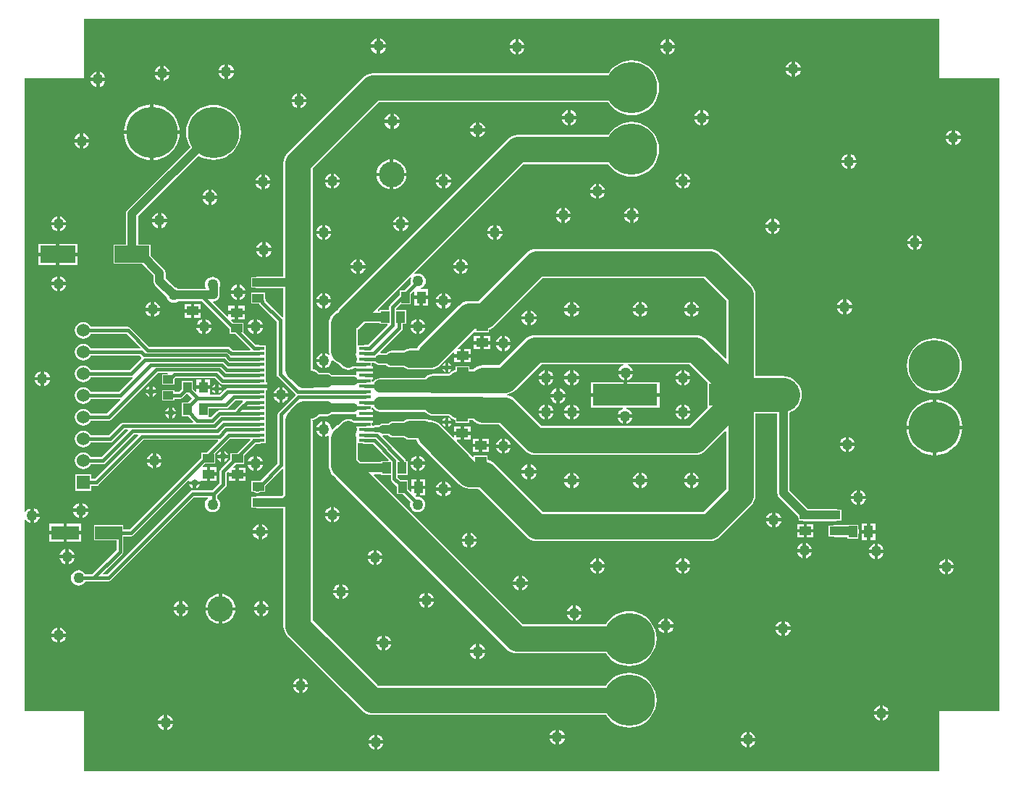
<source format=gtl>
G04*
G04 #@! TF.GenerationSoftware,Altium Limited,Altium Designer,19.1.8 (144)*
G04*
G04 Layer_Physical_Order=1*
G04 Layer_Color=255*
%FSLAX25Y25*%
%MOIN*%
G70*
G01*
G75*
%ADD14R,0.05709X0.01575*%
%ADD15R,0.04134X0.05118*%
%ADD16R,0.05118X0.04134*%
%ADD17R,0.04134X0.05512*%
%ADD18R,0.05512X0.04134*%
%ADD19R,0.12598X0.06299*%
%ADD20R,0.29528X0.09843*%
%ADD21R,0.16142X0.07874*%
%ADD38C,0.01575*%
%ADD39C,0.03937*%
%ADD40C,0.11811*%
%ADD41C,0.09843*%
%ADD42C,0.05906*%
%ADD43C,0.07874*%
%ADD44C,0.02362*%
%ADD45C,0.15748*%
%ADD46C,0.23622*%
%ADD47C,0.06000*%
%ADD48R,0.06000X0.06000*%
%ADD49C,0.11811*%
%ADD50C,0.02362*%
%ADD51C,0.05000*%
%ADD52C,0.03150*%
G36*
X425197Y322835D02*
X452756D01*
Y31496D01*
X425197D01*
Y3937D01*
X31496D01*
Y31496D01*
X3937D01*
Y119736D01*
X4388Y119875D01*
X4437Y119870D01*
X4984Y119157D01*
X5715Y118596D01*
X6567Y118244D01*
X6693Y118227D01*
Y121653D01*
Y125080D01*
X6567Y125063D01*
X5715Y124711D01*
X4984Y124150D01*
X4437Y123437D01*
X4388Y123432D01*
X3937Y123571D01*
Y322835D01*
X31496D01*
Y350394D01*
X425197D01*
Y322835D01*
D02*
G37*
%LPC*%
G36*
X167717Y341222D02*
Y338583D01*
X170356D01*
X170339Y338709D01*
X169986Y339560D01*
X169425Y340292D01*
X168694Y340852D01*
X167843Y341205D01*
X167717Y341222D01*
D02*
G37*
G36*
X166142D02*
X166016Y341205D01*
X165164Y340852D01*
X164433Y340292D01*
X163872Y339560D01*
X163519Y338709D01*
X163503Y338583D01*
X166142D01*
Y341222D01*
D02*
G37*
G36*
X300787Y340828D02*
Y338189D01*
X303427D01*
X303410Y338315D01*
X303057Y339167D01*
X302496Y339898D01*
X301765Y340459D01*
X300914Y340811D01*
X300787Y340828D01*
D02*
G37*
G36*
X299213D02*
X299086Y340811D01*
X298235Y340459D01*
X297504Y339898D01*
X296943Y339167D01*
X296590Y338315D01*
X296573Y338189D01*
X299213D01*
Y340828D01*
D02*
G37*
G36*
X231496D02*
Y338189D01*
X234135D01*
X234119Y338315D01*
X233766Y339167D01*
X233205Y339898D01*
X232474Y340459D01*
X231622Y340811D01*
X231496Y340828D01*
D02*
G37*
G36*
X229921D02*
X229795Y340811D01*
X228944Y340459D01*
X228212Y339898D01*
X227651Y339167D01*
X227299Y338315D01*
X227282Y338189D01*
X229921D01*
Y340828D01*
D02*
G37*
G36*
X170356Y337008D02*
X167717D01*
Y334369D01*
X167843Y334385D01*
X168694Y334738D01*
X169425Y335299D01*
X169986Y336030D01*
X170339Y336882D01*
X170356Y337008D01*
D02*
G37*
G36*
X166142D02*
X163503D01*
X163519Y336882D01*
X163872Y336030D01*
X164433Y335299D01*
X165164Y334738D01*
X166016Y334385D01*
X166142Y334369D01*
Y337008D01*
D02*
G37*
G36*
X303427Y336614D02*
X300787D01*
Y333975D01*
X300914Y333992D01*
X301765Y334344D01*
X302496Y334905D01*
X303057Y335636D01*
X303410Y336488D01*
X303427Y336614D01*
D02*
G37*
G36*
X299213D02*
X296573D01*
X296590Y336488D01*
X296943Y335636D01*
X297504Y334905D01*
X298235Y334344D01*
X299086Y333992D01*
X299213Y333975D01*
Y336614D01*
D02*
G37*
G36*
X234135D02*
X231496D01*
Y333975D01*
X231622Y333992D01*
X232474Y334344D01*
X233205Y334905D01*
X233766Y335636D01*
X234119Y336488D01*
X234135Y336614D01*
D02*
G37*
G36*
X229921D02*
X227282D01*
X227299Y336488D01*
X227651Y335636D01*
X228212Y334905D01*
X228944Y334344D01*
X229795Y333992D01*
X229921Y333975D01*
Y336614D01*
D02*
G37*
G36*
X358661Y330592D02*
Y327953D01*
X361301D01*
X361284Y328079D01*
X360931Y328930D01*
X360370Y329662D01*
X359639Y330223D01*
X358788Y330575D01*
X358661Y330592D01*
D02*
G37*
G36*
X357087D02*
X356960Y330575D01*
X356109Y330223D01*
X355378Y329662D01*
X354817Y328930D01*
X354464Y328079D01*
X354448Y327953D01*
X357087D01*
Y330592D01*
D02*
G37*
G36*
X97638Y329411D02*
Y326772D01*
X100277D01*
X100260Y326898D01*
X99908Y327749D01*
X99347Y328481D01*
X98615Y329042D01*
X97764Y329394D01*
X97638Y329411D01*
D02*
G37*
G36*
X96063D02*
X95937Y329394D01*
X95085Y329042D01*
X94354Y328481D01*
X93793Y327749D01*
X93441Y326898D01*
X93424Y326772D01*
X96063D01*
Y329411D01*
D02*
G37*
G36*
X68110Y328623D02*
Y325984D01*
X70749D01*
X70733Y326111D01*
X70380Y326962D01*
X69819Y327693D01*
X69088Y328254D01*
X68237Y328607D01*
X68110Y328623D01*
D02*
G37*
G36*
X66535D02*
X66409Y328607D01*
X65558Y328254D01*
X64827Y327693D01*
X64266Y326962D01*
X63913Y326111D01*
X63896Y325984D01*
X66535D01*
Y328623D01*
D02*
G37*
G36*
X361301Y326378D02*
X358661D01*
Y323739D01*
X358788Y323755D01*
X359639Y324108D01*
X360370Y324669D01*
X360931Y325400D01*
X361284Y326252D01*
X361301Y326378D01*
D02*
G37*
G36*
X357087D02*
X354448D01*
X354464Y326252D01*
X354817Y325400D01*
X355378Y324669D01*
X356109Y324108D01*
X356960Y323755D01*
X357087Y323739D01*
Y326378D01*
D02*
G37*
G36*
X38583Y325868D02*
Y323228D01*
X41222D01*
X41205Y323355D01*
X40852Y324206D01*
X40292Y324937D01*
X39560Y325498D01*
X38709Y325851D01*
X38583Y325868D01*
D02*
G37*
G36*
X37008D02*
X36882Y325851D01*
X36030Y325498D01*
X35299Y324937D01*
X34738Y324206D01*
X34385Y323355D01*
X34369Y323228D01*
X37008D01*
Y325868D01*
D02*
G37*
G36*
X100277Y325197D02*
X97638D01*
Y322558D01*
X97764Y322574D01*
X98615Y322927D01*
X99347Y323488D01*
X99908Y324219D01*
X100260Y325071D01*
X100277Y325197D01*
D02*
G37*
G36*
X96063D02*
X93424D01*
X93441Y325071D01*
X93793Y324219D01*
X94354Y323488D01*
X95085Y322927D01*
X95937Y322574D01*
X96063Y322558D01*
Y325197D01*
D02*
G37*
G36*
X70749Y324410D02*
X68110D01*
Y321770D01*
X68237Y321787D01*
X69088Y322140D01*
X69819Y322701D01*
X70380Y323432D01*
X70733Y324283D01*
X70749Y324410D01*
D02*
G37*
G36*
X66535D02*
X63896D01*
X63913Y324283D01*
X64266Y323432D01*
X64827Y322701D01*
X65558Y322140D01*
X66409Y321787D01*
X66535Y321770D01*
Y324410D01*
D02*
G37*
G36*
X41222Y321654D02*
X38583D01*
Y319014D01*
X38709Y319031D01*
X39560Y319384D01*
X40292Y319945D01*
X40852Y320676D01*
X41205Y321527D01*
X41222Y321654D01*
D02*
G37*
G36*
X37008D02*
X34369D01*
X34385Y321527D01*
X34738Y320676D01*
X35299Y319945D01*
X36030Y319384D01*
X36882Y319031D01*
X37008Y319014D01*
Y321654D01*
D02*
G37*
G36*
X131102Y316025D02*
Y313386D01*
X133741D01*
X133725Y313512D01*
X133372Y314364D01*
X132811Y315095D01*
X132080Y315656D01*
X131229Y316008D01*
X131102Y316025D01*
D02*
G37*
G36*
X129528D02*
X129401Y316008D01*
X128550Y315656D01*
X127819Y315095D01*
X127258Y314364D01*
X126905Y313512D01*
X126888Y313386D01*
X129528D01*
Y316025D01*
D02*
G37*
G36*
X133741Y311811D02*
X131102D01*
Y309172D01*
X131229Y309189D01*
X132080Y309541D01*
X132811Y310102D01*
X133372Y310833D01*
X133725Y311685D01*
X133741Y311811D01*
D02*
G37*
G36*
X129528D02*
X126888D01*
X126905Y311685D01*
X127258Y310833D01*
X127819Y310102D01*
X128550Y309541D01*
X129401Y309189D01*
X129528Y309172D01*
Y311811D01*
D02*
G37*
G36*
X283465Y331141D02*
X281488Y330986D01*
X279559Y330523D01*
X277727Y329764D01*
X276037Y328728D01*
X274529Y327440D01*
X273241Y325932D01*
X272810Y325229D01*
X164350D01*
X163038Y325100D01*
X161777Y324717D01*
X160614Y324096D01*
X159595Y323259D01*
X125067Y288732D01*
X124231Y287713D01*
X123609Y286550D01*
X123227Y285288D01*
X123098Y283976D01*
Y231717D01*
X111516D01*
X110796Y231622D01*
X110255Y231398D01*
X108366D01*
Y226476D01*
X110255D01*
X110796Y226252D01*
X111516Y226157D01*
X123098D01*
Y220787D01*
Y213050D01*
X122598Y212842D01*
X115090Y220350D01*
Y220374D01*
X115090Y220374D01*
X114968Y220988D01*
X114665Y221441D01*
Y224114D01*
X108366D01*
Y219193D01*
X111977D01*
X112001Y219071D01*
X112349Y218550D01*
X120048Y210851D01*
Y186713D01*
X120048Y186713D01*
X120170Y186098D01*
X120518Y185577D01*
X128577Y177519D01*
X128610Y177467D01*
X128633Y176869D01*
X121010Y169246D01*
X120662Y168725D01*
X120540Y168110D01*
X120540Y168110D01*
Y145547D01*
X112493Y137500D01*
X108465D01*
Y132579D01*
X109656D01*
X109691Y132526D01*
X110212Y132178D01*
X110827Y132056D01*
X111516D01*
X111516Y132056D01*
X112130Y132178D01*
X112651Y132526D01*
X112704Y132579D01*
X114764D01*
Y135229D01*
X122636Y143101D01*
X123098Y142910D01*
Y133957D01*
Y131163D01*
X122471Y130536D01*
X111614D01*
X110895Y130441D01*
X110353Y130217D01*
X108465D01*
Y125295D01*
X110353D01*
X110895Y125071D01*
X111614Y124976D01*
X123098D01*
Y70768D01*
X123227Y69456D01*
X123609Y68194D01*
X124231Y67031D01*
X125067Y66012D01*
X159221Y31859D01*
X160240Y31022D01*
X161403Y30401D01*
X162664Y30018D01*
X163976Y29889D01*
X271629D01*
X272060Y29186D01*
X273347Y27678D01*
X274855Y26390D01*
X276546Y25354D01*
X278378Y24595D01*
X280307Y24132D01*
X282283Y23977D01*
X284260Y24132D01*
X286189Y24595D01*
X288021Y25354D01*
X289711Y26390D01*
X291219Y27678D01*
X292507Y29186D01*
X293543Y30877D01*
X294302Y32709D01*
X294765Y34637D01*
X294921Y36614D01*
X294765Y38591D01*
X294302Y40519D01*
X293543Y42351D01*
X292507Y44042D01*
X291219Y45550D01*
X289711Y46838D01*
X288021Y47874D01*
X286189Y48633D01*
X284260Y49096D01*
X282283Y49251D01*
X280307Y49096D01*
X278378Y48633D01*
X276546Y47874D01*
X274855Y46838D01*
X273347Y45550D01*
X272060Y44042D01*
X271629Y43339D01*
X166762D01*
X136548Y73553D01*
Y126772D01*
Y133957D01*
Y165354D01*
X136515Y165687D01*
X137159Y165771D01*
X138308Y166247D01*
X139295Y167005D01*
X139559Y167350D01*
X142953D01*
X143929Y167478D01*
X144839Y167855D01*
X145474Y168342D01*
X155354D01*
X156074Y168437D01*
X156276Y168521D01*
X156776Y168187D01*
Y166909D01*
X164484D01*
Y167834D01*
X160630D01*
Y169409D01*
X164484D01*
Y170409D01*
X163878D01*
Y171396D01*
X164378Y171495D01*
X164450Y171323D01*
X165049Y170541D01*
X165830Y169942D01*
X166740Y169565D01*
X167717Y169436D01*
X188326D01*
X188757Y168875D01*
X189743Y168117D01*
X190893Y167641D01*
X192126Y167479D01*
X199347D01*
X199570Y167189D01*
X200763Y166273D01*
X202151Y165698D01*
X202362Y165671D01*
Y164370D01*
X208661D01*
Y165502D01*
X210326D01*
X211323Y164684D01*
X212485Y164062D01*
X213747Y163680D01*
X215059Y163550D01*
X222411D01*
X234418Y151544D01*
X235437Y150707D01*
X236600Y150086D01*
X237861Y149703D01*
X239173Y149574D01*
X312795Y149574D01*
X314107Y149703D01*
X315369Y150086D01*
X316532Y150707D01*
X317551Y151544D01*
X326474Y160467D01*
X326936Y160276D01*
Y133790D01*
X316506Y123359D01*
X242549D01*
X220405Y145504D01*
X219386Y146340D01*
X218223Y146962D01*
X217126Y147294D01*
Y149114D01*
X210827D01*
Y148769D01*
X210365Y148578D01*
X202924Y156018D01*
X203115Y156480D01*
X204724D01*
Y158760D01*
X201756D01*
Y157840D01*
X201294Y157649D01*
X195367Y163576D01*
X194348Y164412D01*
X193185Y165033D01*
X191923Y165416D01*
X190611Y165545D01*
X190323Y165517D01*
X189346Y165922D01*
X188112Y166084D01*
X181398D01*
X180164Y165922D01*
X179015Y165446D01*
X178553Y165092D01*
X173917D01*
X172941Y164963D01*
X172031Y164586D01*
X171396Y164099D01*
X169193D01*
X168473Y164004D01*
X167803Y163726D01*
X167289Y163332D01*
X165260Y163228D01*
X164501Y163036D01*
X164378Y162944D01*
X163878Y163195D01*
Y164334D01*
X164484D01*
Y165334D01*
X156776D01*
Y165228D01*
X155688D01*
X155532Y165347D01*
X154383Y165823D01*
X153150Y165986D01*
X151916Y165823D01*
X150767Y165347D01*
X149780Y164590D01*
X148469Y163279D01*
X148214Y163201D01*
X147051Y162580D01*
X146032Y161744D01*
X145747Y161396D01*
X145669Y161399D01*
X145242Y161570D01*
X145142Y162331D01*
X144790Y163182D01*
X144228Y163914D01*
X143497Y164475D01*
X142646Y164827D01*
X142520Y164844D01*
Y161417D01*
Y157991D01*
X142646Y158007D01*
X143497Y158360D01*
X143745Y158550D01*
X144099Y158352D01*
X144187Y158259D01*
X144062Y156988D01*
Y144783D01*
X144191Y143471D01*
X144574Y142210D01*
X145195Y141047D01*
X146032Y140028D01*
X146735Y139451D01*
X147311Y138749D01*
X225855Y60205D01*
X226874Y59369D01*
X228037Y58747D01*
X229298Y58365D01*
X229985Y58297D01*
X230610Y58235D01*
X230610Y58235D01*
X271629D01*
X272060Y57533D01*
X273347Y56025D01*
X274855Y54737D01*
X276546Y53701D01*
X278378Y52942D01*
X280307Y52479D01*
X282283Y52323D01*
X284260Y52479D01*
X286189Y52942D01*
X288021Y53701D01*
X289711Y54737D01*
X291219Y56025D01*
X292507Y57533D01*
X293543Y59223D01*
X294302Y61055D01*
X294765Y62984D01*
X294921Y64961D01*
X294765Y66938D01*
X294302Y68866D01*
X293543Y70698D01*
X292507Y72389D01*
X291219Y73897D01*
X289711Y75185D01*
X288021Y76221D01*
X286189Y76980D01*
X284260Y77442D01*
X282283Y77598D01*
X280307Y77442D01*
X278378Y76980D01*
X276546Y76221D01*
X274855Y75185D01*
X273347Y73897D01*
X272060Y72389D01*
X271629Y71686D01*
X233396D01*
X164819Y140262D01*
X165011Y140724D01*
X168110D01*
Y140354D01*
X172607D01*
Y138484D01*
X172607Y138484D01*
X172729Y137870D01*
X173077Y137349D01*
X175067Y135359D01*
X175492Y134910D01*
Y131496D01*
X178143D01*
X181655Y127984D01*
X181531Y127685D01*
X181411Y126772D01*
X181531Y125858D01*
X181884Y125006D01*
X182445Y124275D01*
X183176Y123714D01*
X184027Y123362D01*
X184941Y123241D01*
X185855Y123362D01*
X186706Y123714D01*
X187437Y124275D01*
X187998Y125006D01*
X188351Y125858D01*
X188471Y126772D01*
X188351Y127685D01*
X187998Y128537D01*
X187437Y129268D01*
X186706Y129829D01*
X185855Y130182D01*
X184941Y130302D01*
X184179Y130202D01*
X184009Y130390D01*
X184156Y130795D01*
X184247Y130890D01*
X184449D01*
Y133858D01*
X182169D01*
Y132664D01*
X181707Y132473D01*
X180413Y133767D01*
Y137795D01*
X177172D01*
X175818Y139149D01*
Y140354D01*
X180315D01*
Y146653D01*
X179950D01*
X179460Y146752D01*
X179338Y147366D01*
X178990Y147887D01*
X178990Y147888D01*
X168789Y158088D01*
X169023Y158562D01*
X169193Y158539D01*
X169195Y158539D01*
X171396D01*
X172031Y158052D01*
X172941Y157675D01*
X173917Y157547D01*
X178553D01*
X179015Y157192D01*
X180164Y156716D01*
X181398Y156554D01*
X184305D01*
X184398Y156246D01*
X185019Y155084D01*
X185856Y154065D01*
X203928Y135993D01*
X204947Y135156D01*
X206109Y134535D01*
X207371Y134152D01*
X208683Y134023D01*
X212864D01*
X235008Y111879D01*
X236027Y111042D01*
X237190Y110421D01*
X238452Y110038D01*
X239139Y109970D01*
X239764Y109909D01*
X239764Y109909D01*
X319291D01*
X320603Y110038D01*
X321865Y110421D01*
X323028Y111042D01*
X324047Y111879D01*
X338417Y126249D01*
X339253Y127268D01*
X339875Y128430D01*
X340258Y129692D01*
X340387Y131004D01*
Y168462D01*
X350468D01*
Y131988D01*
X350563Y131269D01*
X350841Y130598D01*
X351283Y130023D01*
X359889Y121416D01*
X359913Y121229D01*
X360191Y120559D01*
X360236Y120500D01*
Y119390D01*
X361436D01*
X361977Y119165D01*
X362697Y119071D01*
X363386D01*
X363387Y119071D01*
X377165D01*
X377885Y119166D01*
X378426Y119390D01*
X380118D01*
Y124311D01*
X378427D01*
X377885Y124536D01*
X377165Y124630D01*
X377165Y124630D01*
X364537D01*
X356028Y133140D01*
Y169017D01*
X356382Y169125D01*
X357887Y169929D01*
X359206Y171011D01*
X360288Y172330D01*
X361092Y173835D01*
X361587Y175468D01*
X361755Y177165D01*
X361587Y178863D01*
X361092Y180496D01*
X360288Y182001D01*
X359206Y183320D01*
X357887Y184402D01*
X356382Y185206D01*
X354749Y185702D01*
X353051Y185869D01*
X340387D01*
Y223327D01*
X340258Y224639D01*
X339875Y225900D01*
X339253Y227063D01*
X338417Y228082D01*
X324047Y242452D01*
X323028Y243289D01*
X321865Y243910D01*
X320603Y244293D01*
X319291Y244422D01*
X239764D01*
X239764Y244422D01*
X239139Y244361D01*
X238452Y244293D01*
X237190Y243910D01*
X236027Y243289D01*
X235008Y242452D01*
X212864Y220308D01*
X208683D01*
X207371Y220179D01*
X206109Y219796D01*
X204947Y219175D01*
X203928Y218338D01*
X185856Y200266D01*
X185019Y199247D01*
X184602Y198466D01*
X181496D01*
X180263Y198304D01*
X179113Y197828D01*
X178652Y197473D01*
X172933D01*
X171957Y197345D01*
X171047Y196968D01*
X170309Y196402D01*
X167982D01*
X167775Y196902D01*
X177612Y206739D01*
X177612Y206739D01*
X177960Y207260D01*
X178082Y207874D01*
X178082Y207874D01*
Y209842D01*
X179626D01*
Y216142D01*
X175031D01*
Y216953D01*
X176976Y218898D01*
X181791D01*
Y223713D01*
X183085Y225007D01*
X183547Y224816D01*
Y222835D01*
X186614D01*
X189681D01*
Y225803D01*
X186599D01*
X186499Y226303D01*
X186903Y226470D01*
X187634Y227031D01*
X188195Y227763D01*
X188548Y228614D01*
X188668Y229528D01*
X188548Y230441D01*
X188195Y231293D01*
X187634Y232024D01*
X186903Y232585D01*
X186051Y232938D01*
X185138Y233058D01*
X184224Y232938D01*
X183811Y232767D01*
X183528Y233190D01*
X233770Y283432D01*
X272810D01*
X273241Y282729D01*
X274529Y281222D01*
X276037Y279934D01*
X277727Y278898D01*
X279559Y278139D01*
X281488Y277676D01*
X283465Y277520D01*
X285441Y277676D01*
X287370Y278139D01*
X289202Y278898D01*
X290893Y279934D01*
X292401Y281222D01*
X293688Y282729D01*
X294725Y284420D01*
X295483Y286252D01*
X295946Y288181D01*
X296102Y290158D01*
X295946Y292134D01*
X295483Y294063D01*
X294725Y295895D01*
X293688Y297586D01*
X292401Y299094D01*
X290893Y300381D01*
X289202Y301417D01*
X287370Y302176D01*
X285441Y302639D01*
X283465Y302795D01*
X281488Y302639D01*
X279559Y302176D01*
X277727Y301417D01*
X276037Y300381D01*
X274529Y299094D01*
X273241Y297586D01*
X272810Y296883D01*
X230984D01*
X229672Y296754D01*
X228411Y296371D01*
X227248Y295749D01*
X226590Y295210D01*
X226229Y294913D01*
X226229Y294913D01*
X149063Y217748D01*
X148227Y216728D01*
X147817Y215962D01*
X147051Y215552D01*
X146032Y214716D01*
X145195Y213697D01*
X144574Y212534D01*
X144191Y211273D01*
X144062Y209961D01*
Y197756D01*
X144191Y196444D01*
X144340Y195955D01*
X143908Y195656D01*
X143497Y195971D01*
X142646Y196323D01*
X142520Y196340D01*
Y192913D01*
Y189487D01*
X142646Y189504D01*
X143497Y189856D01*
X144228Y190417D01*
X144790Y191148D01*
X145142Y192000D01*
X145263Y192913D01*
X145225Y193195D01*
X145703Y193402D01*
X146032Y193000D01*
X147051Y192164D01*
X148214Y191543D01*
X148469Y191465D01*
X149780Y190154D01*
X150767Y189397D01*
X151916Y188921D01*
X153150Y188758D01*
X154383Y188921D01*
X155532Y189397D01*
X155688Y189516D01*
X156776D01*
Y189409D01*
X164484D01*
Y190409D01*
X163878D01*
Y192016D01*
X165120D01*
X165396Y191656D01*
X165972Y191215D01*
X166642Y190937D01*
X167362Y190842D01*
X170514D01*
X171047Y190434D01*
X171957Y190057D01*
X172933Y189928D01*
X178652D01*
X179113Y189574D01*
X180263Y189098D01*
X181496Y188936D01*
X188801D01*
X189101Y188975D01*
X189299Y188915D01*
X190611Y188786D01*
X191923Y188915D01*
X193185Y189297D01*
X194348Y189919D01*
X195367Y190755D01*
X201392Y196781D01*
X201854Y196590D01*
Y195965D01*
X204823D01*
Y198244D01*
X203509D01*
X203317Y198706D01*
X210955Y206344D01*
X211417Y206153D01*
Y206004D01*
X217717D01*
Y207216D01*
X218223Y207369D01*
X219386Y207991D01*
X220405Y208827D01*
X242549Y230972D01*
X316506D01*
X326936Y220541D01*
Y194055D01*
X326474Y193864D01*
X317551Y202787D01*
X316532Y203623D01*
X315369Y204245D01*
X314107Y204628D01*
X312795Y204757D01*
X239173Y204757D01*
X237861Y204628D01*
X236600Y204245D01*
X235437Y203623D01*
X234418Y202787D01*
X222411Y190780D01*
X215059D01*
X213747Y190651D01*
X212485Y190269D01*
X211323Y189647D01*
X210326Y188829D01*
X208760D01*
Y190354D01*
X202461D01*
Y188673D01*
X202151Y188633D01*
X200763Y188057D01*
X199570Y187142D01*
X199347Y186852D01*
X192126D01*
X190893Y186689D01*
X189743Y186213D01*
X188757Y185456D01*
X188326Y184895D01*
X167717D01*
X166740Y184766D01*
X165830Y184389D01*
X165049Y183790D01*
X164450Y183008D01*
X164378Y183001D01*
X163878Y183454D01*
Y184335D01*
X164484D01*
Y185335D01*
X160630D01*
Y186909D01*
X164484D01*
Y187835D01*
X156776D01*
Y186557D01*
X156276Y186223D01*
X156074Y186307D01*
X155354Y186402D01*
X145474D01*
X144839Y186889D01*
X143929Y187266D01*
X142953Y187394D01*
X139559D01*
X139295Y187740D01*
X138308Y188497D01*
X137159Y188973D01*
X136515Y189058D01*
X136548Y189390D01*
Y220787D01*
Y227972D01*
Y281191D01*
X167136Y311779D01*
X272810D01*
X273241Y311076D01*
X274529Y309568D01*
X276037Y308280D01*
X277727Y307244D01*
X279559Y306485D01*
X281488Y306022D01*
X283465Y305867D01*
X285441Y306022D01*
X287370Y306485D01*
X289202Y307244D01*
X290893Y308280D01*
X292401Y309568D01*
X293688Y311076D01*
X294725Y312767D01*
X295483Y314599D01*
X295946Y316527D01*
X296102Y318504D01*
X295946Y320481D01*
X295483Y322409D01*
X294725Y324241D01*
X293688Y325932D01*
X292401Y327440D01*
X290893Y328728D01*
X289202Y329764D01*
X287370Y330523D01*
X285441Y330986D01*
X283465Y331141D01*
D02*
G37*
G36*
X316535Y308151D02*
Y305512D01*
X319175D01*
X319158Y305638D01*
X318805Y306489D01*
X318244Y307221D01*
X317513Y307782D01*
X316662Y308134D01*
X316535Y308151D01*
D02*
G37*
G36*
X314961D02*
X314834Y308134D01*
X313983Y307782D01*
X313252Y307221D01*
X312691Y306489D01*
X312338Y305638D01*
X312321Y305512D01*
X314961D01*
Y308151D01*
D02*
G37*
G36*
X255512D02*
Y305512D01*
X258151D01*
X258134Y305638D01*
X257782Y306489D01*
X257221Y307221D01*
X256489Y307782D01*
X255638Y308134D01*
X255512Y308151D01*
D02*
G37*
G36*
X253937D02*
X253811Y308134D01*
X252959Y307782D01*
X252228Y307221D01*
X251667Y306489D01*
X251314Y305638D01*
X251298Y305512D01*
X253937D01*
Y308151D01*
D02*
G37*
G36*
X174016Y306576D02*
Y303937D01*
X176655D01*
X176638Y304063D01*
X176286Y304915D01*
X175725Y305646D01*
X174994Y306207D01*
X174142Y306559D01*
X174016Y306576D01*
D02*
G37*
G36*
X172441D02*
X172315Y306559D01*
X171463Y306207D01*
X170732Y305646D01*
X170171Y304915D01*
X169818Y304063D01*
X169802Y303937D01*
X172441D01*
Y306576D01*
D02*
G37*
G36*
X319175Y303937D02*
X316535D01*
Y301298D01*
X316662Y301314D01*
X317513Y301667D01*
X318244Y302228D01*
X318805Y302959D01*
X319158Y303811D01*
X319175Y303937D01*
D02*
G37*
G36*
X314961D02*
X312321D01*
X312338Y303811D01*
X312691Y302959D01*
X313252Y302228D01*
X313983Y301667D01*
X314834Y301314D01*
X314961Y301298D01*
Y303937D01*
D02*
G37*
G36*
X258151D02*
X255512D01*
Y301298D01*
X255638Y301314D01*
X256489Y301667D01*
X257221Y302228D01*
X257782Y302959D01*
X258134Y303811D01*
X258151Y303937D01*
D02*
G37*
G36*
X253937D02*
X251298D01*
X251314Y303811D01*
X251667Y302959D01*
X252228Y302228D01*
X252959Y301667D01*
X253811Y301314D01*
X253937Y301298D01*
Y303937D01*
D02*
G37*
G36*
X213386Y302639D02*
Y300000D01*
X216025D01*
X216008Y300126D01*
X215656Y300978D01*
X215095Y301709D01*
X214364Y302270D01*
X213512Y302623D01*
X213386Y302639D01*
D02*
G37*
G36*
X211811D02*
X211685Y302623D01*
X210833Y302270D01*
X210102Y301709D01*
X209541Y300978D01*
X209189Y300126D01*
X209172Y300000D01*
X211811D01*
Y302639D01*
D02*
G37*
G36*
X176655Y302362D02*
X174016D01*
Y299723D01*
X174142Y299740D01*
X174994Y300092D01*
X175725Y300653D01*
X176286Y301384D01*
X176638Y302236D01*
X176655Y302362D01*
D02*
G37*
G36*
X172441D02*
X169802D01*
X169818Y302236D01*
X170171Y301384D01*
X170732Y300653D01*
X171463Y300092D01*
X172315Y299740D01*
X172441Y299723D01*
Y302362D01*
D02*
G37*
G36*
X63386Y310820D02*
Y298819D01*
X75387D01*
X75291Y300042D01*
X74820Y302003D01*
X74048Y303866D01*
X72995Y305585D01*
X71685Y307118D01*
X70152Y308428D01*
X68432Y309482D01*
X66570Y310253D01*
X64609Y310724D01*
X63386Y310820D01*
D02*
G37*
G36*
X61811D02*
X60588Y310724D01*
X58627Y310253D01*
X56764Y309482D01*
X55045Y308428D01*
X53512Y307118D01*
X52202Y305585D01*
X51148Y303866D01*
X50377Y302003D01*
X49906Y300042D01*
X49810Y298819D01*
X61811D01*
Y310820D01*
D02*
G37*
G36*
X432283Y299096D02*
Y296457D01*
X434923D01*
X434906Y296583D01*
X434553Y297434D01*
X433992Y298165D01*
X433261Y298727D01*
X432410Y299079D01*
X432283Y299096D01*
D02*
G37*
G36*
X430709D02*
X430582Y299079D01*
X429731Y298727D01*
X429000Y298165D01*
X428439Y297434D01*
X428086Y296583D01*
X428069Y296457D01*
X430709D01*
Y299096D01*
D02*
G37*
G36*
X216025Y298425D02*
X213386D01*
Y295786D01*
X213512Y295803D01*
X214364Y296155D01*
X215095Y296716D01*
X215656Y297447D01*
X216008Y298299D01*
X216025Y298425D01*
D02*
G37*
G36*
X211811D02*
X209172D01*
X209189Y298299D01*
X209541Y297447D01*
X210102Y296716D01*
X210833Y296155D01*
X211685Y295803D01*
X211811Y295786D01*
Y298425D01*
D02*
G37*
G36*
X31102Y297521D02*
Y294882D01*
X33742D01*
X33725Y295008D01*
X33372Y295860D01*
X32811Y296591D01*
X32080Y297152D01*
X31229Y297504D01*
X31102Y297521D01*
D02*
G37*
G36*
X29528D02*
X29401Y297504D01*
X28550Y297152D01*
X27819Y296591D01*
X27258Y295860D01*
X26905Y295008D01*
X26888Y294882D01*
X29528D01*
Y297521D01*
D02*
G37*
G36*
X434923Y294882D02*
X432283D01*
Y292243D01*
X432410Y292259D01*
X433261Y292612D01*
X433992Y293173D01*
X434553Y293904D01*
X434906Y294756D01*
X434923Y294882D01*
D02*
G37*
G36*
X430709D02*
X428069D01*
X428086Y294756D01*
X428439Y293904D01*
X429000Y293173D01*
X429731Y292612D01*
X430582Y292259D01*
X430709Y292243D01*
Y294882D01*
D02*
G37*
G36*
X33742Y293307D02*
X31102D01*
Y290668D01*
X31229Y290685D01*
X32080Y291037D01*
X32811Y291598D01*
X33372Y292329D01*
X33725Y293181D01*
X33742Y293307D01*
D02*
G37*
G36*
X29528D02*
X26888D01*
X26905Y293181D01*
X27258Y292329D01*
X27819Y291598D01*
X28550Y291037D01*
X29401Y290685D01*
X29528Y290668D01*
Y293307D01*
D02*
G37*
G36*
X384252Y288072D02*
Y285433D01*
X386891D01*
X386875Y285559D01*
X386522Y286411D01*
X385961Y287142D01*
X385230Y287703D01*
X384378Y288056D01*
X384252Y288072D01*
D02*
G37*
G36*
X382677D02*
X382551Y288056D01*
X381699Y287703D01*
X380968Y287142D01*
X380407Y286411D01*
X380055Y285559D01*
X380038Y285433D01*
X382677D01*
Y288072D01*
D02*
G37*
G36*
X90945Y310669D02*
X88968Y310513D01*
X87040Y310050D01*
X85208Y309292D01*
X83517Y308255D01*
X82009Y306967D01*
X80721Y305460D01*
X79685Y303769D01*
X78926Y301937D01*
X78463Y300008D01*
X78307Y298031D01*
X78463Y296055D01*
X78926Y294126D01*
X79685Y292294D01*
X80290Y291307D01*
X51578Y262596D01*
X51136Y262020D01*
X50858Y261349D01*
X50764Y260630D01*
Y246161D01*
X45079D01*
Y237500D01*
X58077D01*
X63382Y232195D01*
Y229626D01*
X63477Y228906D01*
X63754Y228236D01*
X64196Y227660D01*
X69208Y222649D01*
X69267Y222197D01*
X69620Y221345D01*
X70181Y220614D01*
X70912Y220053D01*
X71763Y219700D01*
X72677Y219580D01*
X73591Y219700D01*
X74442Y220053D01*
X74804Y220331D01*
X85765D01*
X98425Y207670D01*
Y205315D01*
X100780D01*
X107906Y198190D01*
X107714Y197728D01*
X99750D01*
X98606Y198872D01*
X98085Y199220D01*
X97470Y199342D01*
X97470Y199342D01*
X61393D01*
X52730Y208005D01*
X52209Y208353D01*
X51595Y208476D01*
X51594Y208476D01*
X34438D01*
X34312Y208780D01*
X33705Y209571D01*
X32914Y210178D01*
X31993Y210560D01*
X31004Y210690D01*
X30015Y210560D01*
X29094Y210178D01*
X28303Y209571D01*
X27696Y208780D01*
X27314Y207859D01*
X27184Y206870D01*
X27314Y205881D01*
X27696Y204960D01*
X28303Y204169D01*
X29094Y203562D01*
X30015Y203180D01*
X31004Y203050D01*
X31993Y203180D01*
X32914Y203562D01*
X33705Y204169D01*
X34312Y204960D01*
X34438Y205264D01*
X50929D01*
X57218Y198976D01*
X57011Y198476D01*
X34438D01*
X34312Y198780D01*
X33705Y199571D01*
X32914Y200178D01*
X31993Y200560D01*
X31004Y200690D01*
X30015Y200560D01*
X29094Y200178D01*
X28303Y199571D01*
X27696Y198780D01*
X27314Y197859D01*
X27184Y196870D01*
X27314Y195881D01*
X27696Y194960D01*
X28303Y194169D01*
X29094Y193562D01*
X30015Y193180D01*
X31004Y193050D01*
X31993Y193180D01*
X32914Y193562D01*
X33705Y194169D01*
X34312Y194960D01*
X34438Y195264D01*
X56992D01*
X57760Y194497D01*
X57840Y193870D01*
X52445Y188476D01*
X34438D01*
X34312Y188780D01*
X33705Y189571D01*
X32914Y190178D01*
X31993Y190560D01*
X31004Y190690D01*
X30015Y190560D01*
X29094Y190178D01*
X28303Y189571D01*
X27696Y188780D01*
X27314Y187859D01*
X27184Y186870D01*
X27314Y185881D01*
X27696Y184960D01*
X28303Y184169D01*
X29094Y183562D01*
X30015Y183180D01*
X31004Y183050D01*
X31993Y183180D01*
X32914Y183562D01*
X33705Y184169D01*
X34312Y184960D01*
X34438Y185264D01*
X53110D01*
X53110Y185264D01*
X53532Y185348D01*
X53687Y185170D01*
X53778Y184888D01*
X47366Y178476D01*
X34438D01*
X34312Y178780D01*
X33705Y179571D01*
X32914Y180178D01*
X31993Y180560D01*
X31004Y180690D01*
X30015Y180560D01*
X29094Y180178D01*
X28303Y179571D01*
X27696Y178780D01*
X27314Y177859D01*
X27184Y176870D01*
X27314Y175881D01*
X27696Y174960D01*
X28303Y174169D01*
X29094Y173562D01*
X30015Y173180D01*
X31004Y173050D01*
X31993Y173180D01*
X32914Y173562D01*
X33705Y174169D01*
X34312Y174960D01*
X34438Y175264D01*
X47976D01*
X48080Y175134D01*
X48208Y174790D01*
X41894Y168476D01*
X34438D01*
X34312Y168780D01*
X33705Y169571D01*
X32914Y170178D01*
X31993Y170560D01*
X31004Y170690D01*
X30015Y170560D01*
X29094Y170178D01*
X28303Y169571D01*
X27696Y168780D01*
X27314Y167859D01*
X27184Y166870D01*
X27314Y165881D01*
X27696Y164960D01*
X28303Y164169D01*
X29094Y163562D01*
X30015Y163180D01*
X31004Y163050D01*
X31993Y163180D01*
X32914Y163562D01*
X33705Y164169D01*
X34312Y164960D01*
X34438Y165264D01*
X42559D01*
X42559Y165264D01*
X43174Y165387D01*
X43694Y165735D01*
X65232Y187272D01*
X69767D01*
X70019Y186772D01*
X69975Y186713D01*
X67224D01*
Y181791D01*
X73130D01*
Y184442D01*
X73598Y184910D01*
X91461D01*
X93884Y182487D01*
X94405Y182139D01*
X95020Y182016D01*
X95020Y182016D01*
X107957D01*
Y181909D01*
X115665D01*
Y182909D01*
X115059D01*
Y184803D01*
X115059D01*
Y184941D01*
X115059D01*
Y187303D01*
X115059D01*
Y187441D01*
X115059D01*
Y189803D01*
X115059D01*
Y189941D01*
X115059D01*
Y192303D01*
X115059D01*
Y192441D01*
X115059D01*
Y194803D01*
X115059D01*
Y194941D01*
X115059D01*
Y197303D01*
X115059D01*
Y197441D01*
X115059D01*
Y199803D01*
X112878D01*
X112425Y200106D01*
X111811Y200228D01*
X110409D01*
X104724Y205912D01*
Y210236D01*
X100401D01*
X99107Y211530D01*
X99298Y211992D01*
X100787D01*
Y214272D01*
X97819D01*
Y213471D01*
X97357Y213280D01*
X90768Y219869D01*
X90960Y220331D01*
X91083D01*
X91802Y220425D01*
X92472Y220703D01*
X93048Y221145D01*
X93490Y221720D01*
X93768Y222391D01*
X93862Y223110D01*
Y226820D01*
X93961Y227059D01*
X94081Y227972D01*
X93961Y228886D01*
X93608Y229738D01*
X93047Y230469D01*
X92316Y231030D01*
X91465Y231382D01*
X90551Y231503D01*
X89638Y231382D01*
X88786Y231030D01*
X88055Y230469D01*
X87494Y229738D01*
X87141Y228886D01*
X87021Y227972D01*
X87141Y227059D01*
X87418Y226390D01*
X87158Y225890D01*
X74804D01*
X74442Y226167D01*
X73591Y226520D01*
X73139Y226580D01*
X68941Y230777D01*
Y233347D01*
X68846Y234066D01*
X68569Y234736D01*
X68127Y235312D01*
X62008Y241431D01*
Y246161D01*
X56323D01*
Y259479D01*
X84221Y287376D01*
X85208Y286771D01*
X87040Y286013D01*
X88968Y285550D01*
X90945Y285394D01*
X92922Y285550D01*
X94850Y286013D01*
X96682Y286771D01*
X98373Y287808D01*
X99881Y289095D01*
X101169Y290603D01*
X102205Y292294D01*
X102964Y294126D01*
X103427Y296055D01*
X103582Y298031D01*
X103427Y300008D01*
X102964Y301937D01*
X102205Y303769D01*
X101169Y305460D01*
X99881Y306967D01*
X98373Y308255D01*
X96682Y309292D01*
X94850Y310050D01*
X92922Y310513D01*
X90945Y310669D01*
D02*
G37*
G36*
X61811Y297244D02*
X49810D01*
X49906Y296021D01*
X50377Y294060D01*
X51148Y292197D01*
X52202Y290478D01*
X53512Y288945D01*
X55045Y287635D01*
X56764Y286581D01*
X58627Y285810D01*
X60588Y285339D01*
X61811Y285243D01*
Y297244D01*
D02*
G37*
G36*
X75387D02*
X63386D01*
Y285243D01*
X64609Y285339D01*
X66570Y285810D01*
X68432Y286581D01*
X70152Y287635D01*
X71685Y288945D01*
X72995Y290478D01*
X74048Y292197D01*
X74820Y294060D01*
X75291Y296021D01*
X75387Y297244D01*
D02*
G37*
G36*
X386891Y283858D02*
X384252D01*
Y281219D01*
X384378Y281236D01*
X385230Y281588D01*
X385961Y282149D01*
X386522Y282881D01*
X386875Y283732D01*
X386891Y283858D01*
D02*
G37*
G36*
X382677D02*
X380038D01*
X380055Y283732D01*
X380407Y282881D01*
X380968Y282149D01*
X381699Y281588D01*
X382551Y281236D01*
X382677Y281219D01*
Y283858D01*
D02*
G37*
G36*
X173721Y285503D02*
Y279429D01*
X179794D01*
X179739Y279995D01*
X179344Y281297D01*
X178703Y282497D01*
X177840Y283548D01*
X176788Y284411D01*
X175589Y285052D01*
X174287Y285447D01*
X173721Y285503D01*
D02*
G37*
G36*
X172146D02*
X171579Y285447D01*
X170278Y285052D01*
X169078Y284411D01*
X168026Y283548D01*
X167164Y282497D01*
X166522Y281297D01*
X166128Y279995D01*
X166072Y279429D01*
X172146D01*
Y285503D01*
D02*
G37*
G36*
X307874Y279017D02*
Y276378D01*
X310513D01*
X310496Y276504D01*
X310144Y277356D01*
X309583Y278087D01*
X308852Y278648D01*
X308000Y279000D01*
X307874Y279017D01*
D02*
G37*
G36*
X306299D02*
X306173Y279000D01*
X305322Y278648D01*
X304590Y278087D01*
X304029Y277356D01*
X303677Y276504D01*
X303660Y276378D01*
X306299D01*
Y279017D01*
D02*
G37*
G36*
X197638D02*
Y276378D01*
X200277D01*
X200260Y276504D01*
X199908Y277356D01*
X199347Y278087D01*
X198616Y278648D01*
X197764Y279000D01*
X197638Y279017D01*
D02*
G37*
G36*
X196063D02*
X195937Y279000D01*
X195085Y278648D01*
X194354Y278087D01*
X193793Y277356D01*
X193440Y276504D01*
X193424Y276378D01*
X196063D01*
Y279017D01*
D02*
G37*
G36*
X146457D02*
Y276378D01*
X149096D01*
X149079Y276504D01*
X148726Y277356D01*
X148166Y278087D01*
X147434Y278648D01*
X146583Y279000D01*
X146457Y279017D01*
D02*
G37*
G36*
X144882D02*
X144756Y279000D01*
X143904Y278648D01*
X143173Y278087D01*
X142612Y277356D01*
X142259Y276504D01*
X142243Y276378D01*
X144882D01*
Y279017D01*
D02*
G37*
G36*
X114567Y278623D02*
Y275984D01*
X117206D01*
X117189Y276111D01*
X116837Y276962D01*
X116276Y277693D01*
X115545Y278254D01*
X114693Y278607D01*
X114567Y278623D01*
D02*
G37*
G36*
X112992D02*
X112866Y278607D01*
X112014Y278254D01*
X111283Y277693D01*
X110722Y276962D01*
X110370Y276111D01*
X110353Y275984D01*
X112992D01*
Y278623D01*
D02*
G37*
G36*
X310513Y274803D02*
X307874D01*
Y272164D01*
X308000Y272181D01*
X308852Y272533D01*
X309583Y273094D01*
X310144Y273826D01*
X310496Y274677D01*
X310513Y274803D01*
D02*
G37*
G36*
X306299D02*
X303660D01*
X303677Y274677D01*
X304029Y273826D01*
X304590Y273094D01*
X305322Y272533D01*
X306173Y272181D01*
X306299Y272164D01*
Y274803D01*
D02*
G37*
G36*
X200277D02*
X197638D01*
Y272164D01*
X197764Y272181D01*
X198616Y272533D01*
X199347Y273094D01*
X199908Y273826D01*
X200260Y274677D01*
X200277Y274803D01*
D02*
G37*
G36*
X196063D02*
X193424D01*
X193440Y274677D01*
X193793Y273826D01*
X194354Y273094D01*
X195085Y272533D01*
X195937Y272181D01*
X196063Y272164D01*
Y274803D01*
D02*
G37*
G36*
X149096D02*
X146457D01*
Y272164D01*
X146583Y272181D01*
X147434Y272533D01*
X148166Y273094D01*
X148726Y273826D01*
X149079Y274677D01*
X149096Y274803D01*
D02*
G37*
G36*
X144882D02*
X142243D01*
X142259Y274677D01*
X142612Y273826D01*
X143173Y273094D01*
X143904Y272533D01*
X144756Y272181D01*
X144882Y272164D01*
Y274803D01*
D02*
G37*
G36*
X179794Y277854D02*
X173721D01*
Y271780D01*
X174287Y271836D01*
X175589Y272231D01*
X176788Y272872D01*
X177840Y273735D01*
X178703Y274787D01*
X179344Y275986D01*
X179739Y277288D01*
X179794Y277854D01*
D02*
G37*
G36*
X172146D02*
X166072D01*
X166128Y277288D01*
X166522Y275986D01*
X167164Y274787D01*
X168026Y273735D01*
X169078Y272872D01*
X170278Y272231D01*
X171579Y271836D01*
X172146Y271780D01*
Y277854D01*
D02*
G37*
G36*
X117206Y274410D02*
X114567D01*
Y271770D01*
X114693Y271787D01*
X115545Y272140D01*
X116276Y272701D01*
X116837Y273432D01*
X117189Y274283D01*
X117206Y274410D01*
D02*
G37*
G36*
X112992D02*
X110353D01*
X110370Y274283D01*
X110722Y273432D01*
X111283Y272701D01*
X112014Y272140D01*
X112866Y271787D01*
X112992Y271770D01*
Y274410D01*
D02*
G37*
G36*
X268504Y274293D02*
Y271654D01*
X271143D01*
X271127Y271780D01*
X270774Y272631D01*
X270213Y273362D01*
X269482Y273923D01*
X268630Y274276D01*
X268504Y274293D01*
D02*
G37*
G36*
X266929D02*
X266803Y274276D01*
X265951Y273923D01*
X265220Y273362D01*
X264659Y272631D01*
X264307Y271780D01*
X264290Y271654D01*
X266929D01*
Y274293D01*
D02*
G37*
G36*
X90158Y271537D02*
Y268898D01*
X92797D01*
X92780Y269024D01*
X92427Y269875D01*
X91866Y270606D01*
X91135Y271167D01*
X90284Y271520D01*
X90158Y271537D01*
D02*
G37*
G36*
X88583D02*
X88456Y271520D01*
X87605Y271167D01*
X86874Y270606D01*
X86313Y269875D01*
X85960Y269024D01*
X85944Y268898D01*
X88583D01*
Y271537D01*
D02*
G37*
G36*
X271143Y270079D02*
X268504D01*
Y267440D01*
X268630Y267456D01*
X269482Y267809D01*
X270213Y268370D01*
X270774Y269101D01*
X271127Y269953D01*
X271143Y270079D01*
D02*
G37*
G36*
X266929D02*
X264290D01*
X264307Y269953D01*
X264659Y269101D01*
X265220Y268370D01*
X265951Y267809D01*
X266803Y267456D01*
X266929Y267440D01*
Y270079D01*
D02*
G37*
G36*
X92797Y267323D02*
X90158D01*
Y264684D01*
X90284Y264700D01*
X91135Y265053D01*
X91866Y265614D01*
X92427Y266345D01*
X92780Y267197D01*
X92797Y267323D01*
D02*
G37*
G36*
X88583D02*
X85944D01*
X85960Y267197D01*
X86313Y266345D01*
X86874Y265614D01*
X87605Y265053D01*
X88456Y264700D01*
X88583Y264684D01*
Y267323D01*
D02*
G37*
G36*
X284252Y263269D02*
Y260630D01*
X286891D01*
X286875Y260756D01*
X286522Y261608D01*
X285961Y262339D01*
X285230Y262900D01*
X284378Y263252D01*
X284252Y263269D01*
D02*
G37*
G36*
X282677D02*
X282551Y263252D01*
X281699Y262900D01*
X280968Y262339D01*
X280407Y261608D01*
X280055Y260756D01*
X280038Y260630D01*
X282677D01*
Y263269D01*
D02*
G37*
G36*
X252756D02*
Y260630D01*
X255395D01*
X255378Y260756D01*
X255026Y261608D01*
X254465Y262339D01*
X253734Y262900D01*
X252882Y263252D01*
X252756Y263269D01*
D02*
G37*
G36*
X251181D02*
X251055Y263252D01*
X250203Y262900D01*
X249472Y262339D01*
X248911Y261608D01*
X248559Y260756D01*
X248542Y260630D01*
X251181D01*
Y263269D01*
D02*
G37*
G36*
X66929Y260907D02*
Y258268D01*
X69568D01*
X69552Y258394D01*
X69199Y259245D01*
X68638Y259977D01*
X67907Y260538D01*
X67055Y260890D01*
X66929Y260907D01*
D02*
G37*
G36*
X65354D02*
X65228Y260890D01*
X64377Y260538D01*
X63645Y259977D01*
X63085Y259245D01*
X62732Y258394D01*
X62715Y258268D01*
X65354D01*
Y260907D01*
D02*
G37*
G36*
X177953Y259332D02*
Y256693D01*
X180592D01*
X180575Y256819D01*
X180223Y257671D01*
X179662Y258402D01*
X178930Y258963D01*
X178079Y259315D01*
X177953Y259332D01*
D02*
G37*
G36*
X176378D02*
X176252Y259315D01*
X175400Y258963D01*
X174669Y258402D01*
X174108Y257671D01*
X173755Y256819D01*
X173739Y256693D01*
X176378D01*
Y259332D01*
D02*
G37*
G36*
X20472D02*
Y256693D01*
X23112D01*
X23095Y256819D01*
X22742Y257671D01*
X22181Y258402D01*
X21450Y258963D01*
X20599Y259315D01*
X20472Y259332D01*
D02*
G37*
G36*
X18898D02*
X18771Y259315D01*
X17920Y258963D01*
X17189Y258402D01*
X16628Y257671D01*
X16275Y256819D01*
X16259Y256693D01*
X18898D01*
Y259332D01*
D02*
G37*
G36*
X286891Y259055D02*
X284252D01*
Y256416D01*
X284378Y256433D01*
X285230Y256785D01*
X285961Y257346D01*
X286522Y258077D01*
X286875Y258929D01*
X286891Y259055D01*
D02*
G37*
G36*
X282677D02*
X280038D01*
X280055Y258929D01*
X280407Y258077D01*
X280968Y257346D01*
X281699Y256785D01*
X282551Y256433D01*
X282677Y256416D01*
Y259055D01*
D02*
G37*
G36*
X255395D02*
X252756D01*
Y256416D01*
X252882Y256433D01*
X253734Y256785D01*
X254465Y257346D01*
X255026Y258077D01*
X255378Y258929D01*
X255395Y259055D01*
D02*
G37*
G36*
X251181D02*
X248542D01*
X248559Y258929D01*
X248911Y258077D01*
X249472Y257346D01*
X250203Y256785D01*
X251055Y256433D01*
X251181Y256416D01*
Y259055D01*
D02*
G37*
G36*
X349213Y258151D02*
Y255512D01*
X351852D01*
X351835Y255638D01*
X351482Y256489D01*
X350921Y257221D01*
X350190Y257782D01*
X349339Y258134D01*
X349213Y258151D01*
D02*
G37*
G36*
X347638D02*
X347512Y258134D01*
X346660Y257782D01*
X345929Y257221D01*
X345368Y256489D01*
X345015Y255638D01*
X344999Y255512D01*
X347638D01*
Y258151D01*
D02*
G37*
G36*
X69568Y256693D02*
X66929D01*
Y254054D01*
X67055Y254070D01*
X67907Y254423D01*
X68638Y254984D01*
X69199Y255715D01*
X69552Y256567D01*
X69568Y256693D01*
D02*
G37*
G36*
X65354D02*
X62715D01*
X62732Y256567D01*
X63085Y255715D01*
X63645Y254984D01*
X64377Y254423D01*
X65228Y254070D01*
X65354Y254054D01*
Y256693D01*
D02*
G37*
G36*
X221260Y255395D02*
Y252756D01*
X223899D01*
X223882Y252882D01*
X223530Y253734D01*
X222969Y254465D01*
X222237Y255026D01*
X221386Y255378D01*
X221260Y255395D01*
D02*
G37*
G36*
X219685D02*
X219559Y255378D01*
X218707Y255026D01*
X217976Y254465D01*
X217415Y253734D01*
X217062Y252882D01*
X217046Y252756D01*
X219685D01*
Y255395D01*
D02*
G37*
G36*
X142520D02*
Y252756D01*
X145159D01*
X145142Y252882D01*
X144790Y253734D01*
X144228Y254465D01*
X143497Y255026D01*
X142646Y255378D01*
X142520Y255395D01*
D02*
G37*
G36*
X140945D02*
X140819Y255378D01*
X139967Y255026D01*
X139236Y254465D01*
X138675Y253734D01*
X138322Y252882D01*
X138306Y252756D01*
X140945D01*
Y255395D01*
D02*
G37*
G36*
X180592Y255118D02*
X177953D01*
Y252479D01*
X178079Y252496D01*
X178930Y252848D01*
X179662Y253409D01*
X180223Y254140D01*
X180575Y254992D01*
X180592Y255118D01*
D02*
G37*
G36*
X176378D02*
X173739D01*
X173755Y254992D01*
X174108Y254140D01*
X174669Y253409D01*
X175400Y252848D01*
X176252Y252496D01*
X176378Y252479D01*
Y255118D01*
D02*
G37*
G36*
X23112D02*
X20472D01*
Y252479D01*
X20599Y252496D01*
X21450Y252848D01*
X22181Y253409D01*
X22742Y254140D01*
X23095Y254992D01*
X23112Y255118D01*
D02*
G37*
G36*
X18898D02*
X16259D01*
X16275Y254992D01*
X16628Y254140D01*
X17189Y253409D01*
X17920Y252848D01*
X18771Y252496D01*
X18898Y252479D01*
Y255118D01*
D02*
G37*
G36*
X351852Y253937D02*
X349213D01*
Y251298D01*
X349339Y251314D01*
X350190Y251667D01*
X350921Y252228D01*
X351482Y252959D01*
X351835Y253811D01*
X351852Y253937D01*
D02*
G37*
G36*
X347638D02*
X344999D01*
X345015Y253811D01*
X345368Y252959D01*
X345929Y252228D01*
X346660Y251667D01*
X347512Y251314D01*
X347638Y251298D01*
Y253937D01*
D02*
G37*
G36*
X223899Y251181D02*
X221260D01*
Y248542D01*
X221386Y248559D01*
X222237Y248911D01*
X222969Y249472D01*
X223530Y250203D01*
X223882Y251055D01*
X223899Y251181D01*
D02*
G37*
G36*
X219685D02*
X217046D01*
X217062Y251055D01*
X217415Y250203D01*
X217976Y249472D01*
X218707Y248911D01*
X219559Y248559D01*
X219685Y248542D01*
Y251181D01*
D02*
G37*
G36*
X145159D02*
X142520D01*
Y248542D01*
X142646Y248559D01*
X143497Y248911D01*
X144228Y249472D01*
X144790Y250203D01*
X145142Y251055D01*
X145159Y251181D01*
D02*
G37*
G36*
X140945D02*
X138306D01*
X138322Y251055D01*
X138675Y250203D01*
X139236Y249472D01*
X139967Y248911D01*
X140819Y248559D01*
X140945Y248542D01*
Y251181D01*
D02*
G37*
G36*
X414567Y250671D02*
Y248031D01*
X417206D01*
X417189Y248158D01*
X416837Y249009D01*
X416276Y249740D01*
X415545Y250301D01*
X414693Y250654D01*
X414567Y250671D01*
D02*
G37*
G36*
X412992D02*
X412866Y250654D01*
X412014Y250301D01*
X411283Y249740D01*
X410722Y249009D01*
X410370Y248158D01*
X410353Y248031D01*
X412992D01*
Y250671D01*
D02*
G37*
G36*
X114961Y247521D02*
Y244882D01*
X117600D01*
X117583Y245008D01*
X117230Y245860D01*
X116669Y246591D01*
X115938Y247152D01*
X115087Y247504D01*
X114961Y247521D01*
D02*
G37*
G36*
X113386D02*
X113259Y247504D01*
X112408Y247152D01*
X111677Y246591D01*
X111116Y245860D01*
X110763Y245008D01*
X110747Y244882D01*
X113386D01*
Y247521D01*
D02*
G37*
G36*
X417206Y246457D02*
X414567D01*
Y243817D01*
X414693Y243834D01*
X415545Y244187D01*
X416276Y244748D01*
X416837Y245479D01*
X417189Y246330D01*
X417206Y246457D01*
D02*
G37*
G36*
X412992D02*
X410353D01*
X410370Y246330D01*
X410722Y245479D01*
X411283Y244748D01*
X412014Y244187D01*
X412866Y243834D01*
X412992Y243817D01*
Y246457D01*
D02*
G37*
G36*
X28362Y246768D02*
X20079D01*
Y242618D01*
X28362D01*
Y246768D01*
D02*
G37*
G36*
X18504D02*
X10221D01*
Y242618D01*
X18504D01*
Y246768D01*
D02*
G37*
G36*
X117600Y243307D02*
X114961D01*
Y240668D01*
X115087Y240685D01*
X115938Y241037D01*
X116669Y241598D01*
X117230Y242329D01*
X117583Y243181D01*
X117600Y243307D01*
D02*
G37*
G36*
X113386D02*
X110747D01*
X110763Y243181D01*
X111116Y242329D01*
X111677Y241598D01*
X112408Y241037D01*
X113259Y240685D01*
X113386Y240668D01*
Y243307D01*
D02*
G37*
G36*
X205512Y239647D02*
Y237008D01*
X208151D01*
X208134Y237134D01*
X207782Y237986D01*
X207221Y238717D01*
X206489Y239278D01*
X205638Y239630D01*
X205512Y239647D01*
D02*
G37*
G36*
X203937D02*
X203811Y239630D01*
X202959Y239278D01*
X202228Y238717D01*
X201667Y237986D01*
X201314Y237134D01*
X201298Y237008D01*
X203937D01*
Y239647D01*
D02*
G37*
G36*
X158268D02*
Y237008D01*
X160907D01*
X160890Y237134D01*
X160538Y237986D01*
X159976Y238717D01*
X159245Y239278D01*
X158394Y239630D01*
X158268Y239647D01*
D02*
G37*
G36*
X156693D02*
X156567Y239630D01*
X155715Y239278D01*
X154984Y238717D01*
X154423Y237986D01*
X154070Y237134D01*
X154054Y237008D01*
X156693D01*
Y239647D01*
D02*
G37*
G36*
X28362Y241043D02*
X20079D01*
Y236894D01*
X28362D01*
Y241043D01*
D02*
G37*
G36*
X18504D02*
X10221D01*
Y236894D01*
X18504D01*
Y241043D01*
D02*
G37*
G36*
X208151Y235433D02*
X205512D01*
Y232794D01*
X205638Y232811D01*
X206489Y233163D01*
X207221Y233724D01*
X207782Y234455D01*
X208134Y235307D01*
X208151Y235433D01*
D02*
G37*
G36*
X203937D02*
X201298D01*
X201314Y235307D01*
X201667Y234455D01*
X202228Y233724D01*
X202959Y233163D01*
X203811Y232811D01*
X203937Y232794D01*
Y235433D01*
D02*
G37*
G36*
X160907D02*
X158268D01*
Y232794D01*
X158394Y232811D01*
X159245Y233163D01*
X159976Y233724D01*
X160538Y234455D01*
X160890Y235307D01*
X160907Y235433D01*
D02*
G37*
G36*
X156693D02*
X154054D01*
X154070Y235307D01*
X154423Y234455D01*
X154984Y233724D01*
X155715Y233163D01*
X156567Y232811D01*
X156693Y232794D01*
Y235433D01*
D02*
G37*
G36*
X20472Y231773D02*
Y229134D01*
X23112D01*
X23095Y229260D01*
X22742Y230112D01*
X22181Y230843D01*
X21450Y231404D01*
X20599Y231756D01*
X20472Y231773D01*
D02*
G37*
G36*
X18898D02*
X18771Y231756D01*
X17920Y231404D01*
X17189Y230843D01*
X16628Y230112D01*
X16275Y229260D01*
X16259Y229134D01*
X18898D01*
Y231773D01*
D02*
G37*
G36*
X103150Y227836D02*
Y225197D01*
X105789D01*
X105772Y225323D01*
X105419Y226174D01*
X104858Y226906D01*
X104127Y227467D01*
X103276Y227819D01*
X103150Y227836D01*
D02*
G37*
G36*
X101575D02*
X101449Y227819D01*
X100597Y227467D01*
X99866Y226906D01*
X99305Y226174D01*
X98952Y225323D01*
X98936Y225197D01*
X101575D01*
Y227836D01*
D02*
G37*
G36*
X23112Y227559D02*
X20472D01*
Y224920D01*
X20599Y224937D01*
X21450Y225289D01*
X22181Y225850D01*
X22742Y226581D01*
X23095Y227433D01*
X23112Y227559D01*
D02*
G37*
G36*
X18898D02*
X16259D01*
X16275Y227433D01*
X16628Y226581D01*
X17189Y225850D01*
X17920Y225289D01*
X18771Y224937D01*
X18898Y224920D01*
Y227559D01*
D02*
G37*
G36*
X197638Y223899D02*
Y221260D01*
X200277D01*
X200260Y221386D01*
X199908Y222237D01*
X199347Y222969D01*
X198616Y223530D01*
X197764Y223882D01*
X197638Y223899D01*
D02*
G37*
G36*
X196063D02*
X195937Y223882D01*
X195085Y223530D01*
X194354Y222969D01*
X193793Y222237D01*
X193440Y221386D01*
X193424Y221260D01*
X196063D01*
Y223899D01*
D02*
G37*
G36*
X142520D02*
Y221260D01*
X145159D01*
X145142Y221386D01*
X144790Y222237D01*
X144228Y222969D01*
X143497Y223530D01*
X142646Y223882D01*
X142520Y223899D01*
D02*
G37*
G36*
X140945D02*
X140819Y223882D01*
X139967Y223530D01*
X139236Y222969D01*
X138675Y222237D01*
X138322Y221386D01*
X138306Y221260D01*
X140945D01*
Y223899D01*
D02*
G37*
G36*
X105789Y223622D02*
X103150D01*
Y220983D01*
X103276Y221000D01*
X104127Y221352D01*
X104858Y221913D01*
X105419Y222644D01*
X105772Y223496D01*
X105789Y223622D01*
D02*
G37*
G36*
X101575D02*
X98936D01*
X98952Y223496D01*
X99305Y222644D01*
X99866Y221913D01*
X100597Y221352D01*
X101449Y221000D01*
X101575Y220983D01*
Y223622D01*
D02*
G37*
G36*
X382283Y221143D02*
Y218504D01*
X384923D01*
X384906Y218630D01*
X384553Y219482D01*
X383992Y220213D01*
X383261Y220774D01*
X382410Y221127D01*
X382283Y221143D01*
D02*
G37*
G36*
X380709D02*
X380582Y221127D01*
X379731Y220774D01*
X379000Y220213D01*
X378439Y219482D01*
X378086Y218630D01*
X378069Y218504D01*
X380709D01*
Y221143D01*
D02*
G37*
G36*
X189681Y221260D02*
X187401D01*
Y218291D01*
X189681D01*
Y221260D01*
D02*
G37*
G36*
X185827D02*
X183547D01*
Y218291D01*
X185827D01*
Y221260D01*
D02*
G37*
G36*
X311811Y219962D02*
Y217323D01*
X314450D01*
X314434Y217449D01*
X314081Y218301D01*
X313520Y219032D01*
X312789Y219593D01*
X311937Y219945D01*
X311811Y219962D01*
D02*
G37*
G36*
X310236D02*
X310110Y219945D01*
X309259Y219593D01*
X308527Y219032D01*
X307966Y218301D01*
X307614Y217449D01*
X307597Y217323D01*
X310236D01*
Y219962D01*
D02*
G37*
G36*
X288189D02*
Y217323D01*
X290828D01*
X290811Y217449D01*
X290459Y218301D01*
X289898Y219032D01*
X289167Y219593D01*
X288315Y219945D01*
X288189Y219962D01*
D02*
G37*
G36*
X286614D02*
X286488Y219945D01*
X285636Y219593D01*
X284905Y219032D01*
X284344Y218301D01*
X283992Y217449D01*
X283975Y217323D01*
X286614D01*
Y219962D01*
D02*
G37*
G36*
X256693D02*
Y217323D01*
X259332D01*
X259315Y217449D01*
X258963Y218301D01*
X258402Y219032D01*
X257671Y219593D01*
X256819Y219945D01*
X256693Y219962D01*
D02*
G37*
G36*
X255118D02*
X254992Y219945D01*
X254140Y219593D01*
X253409Y219032D01*
X252848Y218301D01*
X252496Y217449D01*
X252479Y217323D01*
X255118D01*
Y219962D01*
D02*
G37*
G36*
X63779D02*
Y217323D01*
X66419D01*
X66402Y217449D01*
X66049Y218301D01*
X65488Y219032D01*
X64757Y219593D01*
X63906Y219945D01*
X63779Y219962D01*
D02*
G37*
G36*
X62205D02*
X62078Y219945D01*
X61227Y219593D01*
X60496Y219032D01*
X59935Y218301D01*
X59582Y217449D01*
X59566Y217323D01*
X62205D01*
Y219962D01*
D02*
G37*
G36*
X200277Y219685D02*
X197638D01*
Y217046D01*
X197764Y217062D01*
X198616Y217415D01*
X199347Y217976D01*
X199908Y218707D01*
X200260Y219559D01*
X200277Y219685D01*
D02*
G37*
G36*
X196063D02*
X193424D01*
X193440Y219559D01*
X193793Y218707D01*
X194354Y217976D01*
X195085Y217415D01*
X195937Y217062D01*
X196063Y217046D01*
Y219685D01*
D02*
G37*
G36*
X145159D02*
X142520D01*
Y217046D01*
X142646Y217062D01*
X143497Y217415D01*
X144228Y217976D01*
X144790Y218707D01*
X145142Y219559D01*
X145159Y219685D01*
D02*
G37*
G36*
X140945D02*
X138306D01*
X138322Y219559D01*
X138675Y218707D01*
X139236Y217976D01*
X139967Y217415D01*
X140819Y217062D01*
X140945Y217046D01*
Y219685D01*
D02*
G37*
G36*
X85094Y218894D02*
X82126D01*
Y216614D01*
X85094D01*
Y218894D01*
D02*
G37*
G36*
X80551D02*
X77583D01*
Y216614D01*
X80551D01*
Y218894D01*
D02*
G37*
G36*
X105331Y218126D02*
X102362D01*
Y215846D01*
X105331D01*
Y218126D01*
D02*
G37*
G36*
X100787D02*
X97819D01*
Y215846D01*
X100787D01*
Y218126D01*
D02*
G37*
G36*
X384923Y216929D02*
X382283D01*
Y214290D01*
X382410Y214307D01*
X383261Y214659D01*
X383992Y215220D01*
X384553Y215951D01*
X384906Y216803D01*
X384923Y216929D01*
D02*
G37*
G36*
X380709D02*
X378069D01*
X378086Y216803D01*
X378439Y215951D01*
X379000Y215220D01*
X379731Y214659D01*
X380582Y214307D01*
X380709Y214290D01*
Y216929D01*
D02*
G37*
G36*
X237008Y216025D02*
Y213386D01*
X239647D01*
X239630Y213512D01*
X239278Y214364D01*
X238717Y215095D01*
X237986Y215656D01*
X237134Y216008D01*
X237008Y216025D01*
D02*
G37*
G36*
X235433D02*
X235307Y216008D01*
X234455Y215656D01*
X233724Y215095D01*
X233163Y214364D01*
X232811Y213512D01*
X232794Y213386D01*
X235433D01*
Y216025D01*
D02*
G37*
G36*
X314450Y215748D02*
X311811D01*
Y213109D01*
X311937Y213125D01*
X312789Y213478D01*
X313520Y214039D01*
X314081Y214770D01*
X314434Y215622D01*
X314450Y215748D01*
D02*
G37*
G36*
X310236D02*
X307597D01*
X307614Y215622D01*
X307966Y214770D01*
X308527Y214039D01*
X309259Y213478D01*
X310110Y213125D01*
X310236Y213109D01*
Y215748D01*
D02*
G37*
G36*
X290828D02*
X288189D01*
Y213109D01*
X288315Y213125D01*
X289167Y213478D01*
X289898Y214039D01*
X290459Y214770D01*
X290811Y215622D01*
X290828Y215748D01*
D02*
G37*
G36*
X286614D02*
X283975D01*
X283992Y215622D01*
X284344Y214770D01*
X284905Y214039D01*
X285636Y213478D01*
X286488Y213125D01*
X286614Y213109D01*
Y215748D01*
D02*
G37*
G36*
X259332D02*
X256693D01*
Y213109D01*
X256819Y213125D01*
X257671Y213478D01*
X258402Y214039D01*
X258963Y214770D01*
X259315Y215622D01*
X259332Y215748D01*
D02*
G37*
G36*
X255118D02*
X252479D01*
X252496Y215622D01*
X252848Y214770D01*
X253409Y214039D01*
X254140Y213478D01*
X254992Y213125D01*
X255118Y213109D01*
Y215748D01*
D02*
G37*
G36*
X66419D02*
X63779D01*
Y213109D01*
X63906Y213125D01*
X64757Y213478D01*
X65488Y214039D01*
X66049Y214770D01*
X66402Y215622D01*
X66419Y215748D01*
D02*
G37*
G36*
X62205D02*
X59566D01*
X59582Y215622D01*
X59935Y214770D01*
X60496Y214039D01*
X61227Y213478D01*
X62078Y213125D01*
X62205Y213109D01*
Y215748D01*
D02*
G37*
G36*
X85094Y215039D02*
X82126D01*
Y212760D01*
X85094D01*
Y215039D01*
D02*
G37*
G36*
X80551D02*
X77583D01*
Y212760D01*
X80551D01*
Y215039D01*
D02*
G37*
G36*
X105331Y214272D02*
X102362D01*
Y211992D01*
X105331D01*
Y214272D01*
D02*
G37*
G36*
X185827Y212088D02*
Y209449D01*
X188466D01*
X188449Y209575D01*
X188097Y210426D01*
X187536Y211158D01*
X186804Y211719D01*
X185953Y212071D01*
X185827Y212088D01*
D02*
G37*
G36*
X184252D02*
X184126Y212071D01*
X183274Y211719D01*
X182543Y211158D01*
X181982Y210426D01*
X181630Y209575D01*
X181613Y209449D01*
X184252D01*
Y212088D01*
D02*
G37*
G36*
X111024D02*
Y209449D01*
X113663D01*
X113646Y209575D01*
X113294Y210426D01*
X112732Y211158D01*
X112001Y211719D01*
X111150Y212071D01*
X111024Y212088D01*
D02*
G37*
G36*
X109449D02*
X109323Y212071D01*
X108471Y211719D01*
X107740Y211158D01*
X107179Y210426D01*
X106826Y209575D01*
X106810Y209449D01*
X109449D01*
Y212088D01*
D02*
G37*
G36*
X87402D02*
Y209449D01*
X90041D01*
X90024Y209575D01*
X89671Y210426D01*
X89110Y211158D01*
X88379Y211719D01*
X87528Y212071D01*
X87402Y212088D01*
D02*
G37*
G36*
X85827D02*
X85701Y212071D01*
X84849Y211719D01*
X84118Y211158D01*
X83557Y210426D01*
X83204Y209575D01*
X83188Y209449D01*
X85827D01*
Y212088D01*
D02*
G37*
G36*
X239647Y211811D02*
X237008D01*
Y209172D01*
X237134Y209189D01*
X237986Y209541D01*
X238717Y210102D01*
X239278Y210833D01*
X239630Y211685D01*
X239647Y211811D01*
D02*
G37*
G36*
X235433D02*
X232794D01*
X232811Y211685D01*
X233163Y210833D01*
X233724Y210102D01*
X234455Y209541D01*
X235307Y209189D01*
X235433Y209172D01*
Y211811D01*
D02*
G37*
G36*
X188466Y207874D02*
X185827D01*
Y205235D01*
X185953Y205252D01*
X186804Y205604D01*
X187536Y206165D01*
X188097Y206896D01*
X188449Y207748D01*
X188466Y207874D01*
D02*
G37*
G36*
X184252D02*
X181613D01*
X181630Y207748D01*
X181982Y206896D01*
X182543Y206165D01*
X183274Y205604D01*
X184126Y205252D01*
X184252Y205235D01*
Y207874D01*
D02*
G37*
G36*
X113663D02*
X111024D01*
Y205235D01*
X111150Y205252D01*
X112001Y205604D01*
X112732Y206165D01*
X113294Y206896D01*
X113646Y207748D01*
X113663Y207874D01*
D02*
G37*
G36*
X109449D02*
X106810D01*
X106826Y207748D01*
X107179Y206896D01*
X107740Y206165D01*
X108471Y205604D01*
X109323Y205252D01*
X109449Y205235D01*
Y207874D01*
D02*
G37*
G36*
X90041D02*
X87402D01*
Y205235D01*
X87528Y205252D01*
X88379Y205604D01*
X89110Y206165D01*
X89671Y206896D01*
X90024Y207748D01*
X90041Y207874D01*
D02*
G37*
G36*
X85827D02*
X83188D01*
X83204Y207748D01*
X83557Y206896D01*
X84118Y206165D01*
X84849Y205604D01*
X85701Y205252D01*
X85827Y205235D01*
Y207874D01*
D02*
G37*
G36*
X218323Y204248D02*
X215354D01*
Y201969D01*
X218323D01*
Y204248D01*
D02*
G37*
G36*
X213779D02*
X210811D01*
Y201969D01*
X213779D01*
Y204248D01*
D02*
G37*
G36*
X225197Y204214D02*
Y201575D01*
X227836D01*
X227819Y201701D01*
X227467Y202553D01*
X226906Y203284D01*
X226174Y203845D01*
X225323Y204197D01*
X225197Y204214D01*
D02*
G37*
G36*
X223622D02*
X223496Y204197D01*
X222644Y203845D01*
X221913Y203284D01*
X221352Y202553D01*
X221000Y201701D01*
X220983Y201575D01*
X223622D01*
Y204214D01*
D02*
G37*
G36*
X218323Y200394D02*
X215354D01*
Y198114D01*
X218323D01*
Y200394D01*
D02*
G37*
G36*
X213779D02*
X210811D01*
Y198114D01*
X213779D01*
Y200394D01*
D02*
G37*
G36*
X227836Y200000D02*
X225197D01*
Y197361D01*
X225323Y197378D01*
X226174Y197730D01*
X226906Y198291D01*
X227467Y199022D01*
X227819Y199874D01*
X227836Y200000D01*
D02*
G37*
G36*
X223622D02*
X220983D01*
X221000Y199874D01*
X221352Y199022D01*
X221913Y198291D01*
X222644Y197730D01*
X223496Y197378D01*
X223622Y197361D01*
Y200000D01*
D02*
G37*
G36*
X209366Y198244D02*
X206398D01*
Y195965D01*
X209366D01*
Y198244D01*
D02*
G37*
G36*
X140945Y196340D02*
X140819Y196323D01*
X139967Y195971D01*
X139236Y195410D01*
X138675Y194678D01*
X138322Y193827D01*
X138306Y193701D01*
X140945D01*
Y196340D01*
D02*
G37*
G36*
X209366Y194390D02*
X206398D01*
Y192110D01*
X209366D01*
Y194390D01*
D02*
G37*
G36*
X204823D02*
X201854D01*
Y192110D01*
X204823D01*
Y194390D01*
D02*
G37*
G36*
X199213Y191831D02*
Y190551D01*
X200492D01*
X200480Y190615D01*
X199998Y191336D01*
X199276Y191818D01*
X199213Y191831D01*
D02*
G37*
G36*
X197638D02*
X197574Y191818D01*
X196853Y191336D01*
X196371Y190615D01*
X196358Y190551D01*
X197638D01*
Y191831D01*
D02*
G37*
G36*
X140945Y192126D02*
X138306D01*
X138322Y192000D01*
X138675Y191148D01*
X139236Y190417D01*
X139967Y189856D01*
X140819Y189504D01*
X140945Y189487D01*
Y192126D01*
D02*
G37*
G36*
X200492Y188976D02*
X199213D01*
Y187697D01*
X199276Y187709D01*
X199998Y188191D01*
X200480Y188913D01*
X200492Y188976D01*
D02*
G37*
G36*
X197638D02*
X196358D01*
X196371Y188913D01*
X196853Y188191D01*
X197574Y187709D01*
X197638Y187697D01*
Y188976D01*
D02*
G37*
G36*
X12992Y188072D02*
Y185433D01*
X15631D01*
X15615Y185559D01*
X15262Y186411D01*
X14701Y187142D01*
X13970Y187703D01*
X13118Y188056D01*
X12992Y188072D01*
D02*
G37*
G36*
X11417D02*
X11291Y188056D01*
X10440Y187703D01*
X9708Y187142D01*
X9148Y186411D01*
X8795Y185559D01*
X8778Y185433D01*
X11417D01*
Y188072D01*
D02*
G37*
G36*
X89287Y184268D02*
X87008D01*
Y181496D01*
X89287D01*
Y184268D01*
D02*
G37*
G36*
X85433D02*
X83153D01*
Y181496D01*
X85433D01*
Y184268D01*
D02*
G37*
G36*
X15631Y183858D02*
X12992D01*
Y181219D01*
X13118Y181236D01*
X13970Y181588D01*
X14701Y182149D01*
X15262Y182881D01*
X15615Y183732D01*
X15631Y183858D01*
D02*
G37*
G36*
X11417D02*
X8778D01*
X8795Y183732D01*
X9148Y182881D01*
X9708Y182149D01*
X10440Y181588D01*
X11291Y181236D01*
X11417Y181219D01*
Y183858D01*
D02*
G37*
G36*
X93307Y181989D02*
Y180709D01*
X94587D01*
X94574Y180772D01*
X94092Y181494D01*
X93371Y181976D01*
X93307Y181989D01*
D02*
G37*
G36*
X91732D02*
X91669Y181976D01*
X90947Y181494D01*
X90465Y180772D01*
X90452Y180709D01*
X91732D01*
Y181989D01*
D02*
G37*
G36*
X62992Y181201D02*
Y179528D01*
X64666D01*
X64454Y180039D01*
X64041Y180577D01*
X63503Y180989D01*
X62992Y181201D01*
D02*
G37*
G36*
X61417D02*
X60906Y180989D01*
X60368Y180577D01*
X59956Y180039D01*
X59744Y179528D01*
X61417D01*
Y181201D01*
D02*
G37*
G36*
X81398Y183661D02*
X76476D01*
Y180027D01*
X75024Y178574D01*
X73130D01*
Y179429D01*
X67224D01*
Y174508D01*
X73130D01*
Y175363D01*
X75689D01*
X75689Y175363D01*
X76303Y175485D01*
X76824Y175833D01*
X78662Y177671D01*
X79212D01*
X81194Y175689D01*
X79127Y173622D01*
X76476D01*
Y167323D01*
X79127D01*
X81587Y164863D01*
X81395Y164401D01*
X49409D01*
X48795Y164279D01*
X48274Y163931D01*
X48274Y163931D01*
X42819Y158476D01*
X34438D01*
X34312Y158780D01*
X33705Y159571D01*
X32914Y160178D01*
X31993Y160560D01*
X31004Y160690D01*
X30015Y160560D01*
X29094Y160178D01*
X28303Y159571D01*
X27696Y158780D01*
X27314Y157859D01*
X27184Y156870D01*
X27314Y155881D01*
X27696Y154960D01*
X28303Y154169D01*
X29094Y153562D01*
X30015Y153180D01*
X31004Y153050D01*
X31993Y153180D01*
X32914Y153562D01*
X33705Y154169D01*
X34312Y154960D01*
X34438Y155264D01*
X43484D01*
X43484Y155264D01*
X44099Y155387D01*
X44620Y155735D01*
X50074Y161190D01*
X51474D01*
X51666Y160728D01*
X39414Y148476D01*
X34438D01*
X34312Y148780D01*
X33705Y149571D01*
X32914Y150178D01*
X31993Y150560D01*
X31004Y150690D01*
X30015Y150560D01*
X29094Y150178D01*
X28303Y149571D01*
X27696Y148780D01*
X27314Y147859D01*
X27184Y146870D01*
X27314Y145881D01*
X27696Y144960D01*
X28303Y144169D01*
X29094Y143562D01*
X30015Y143180D01*
X31004Y143050D01*
X31993Y143180D01*
X32914Y143562D01*
X33705Y144169D01*
X34312Y144960D01*
X34438Y145264D01*
X40079D01*
X40079Y145264D01*
X40693Y145387D01*
X41214Y145735D01*
X54405Y158926D01*
X56100D01*
X56292Y158464D01*
X36303Y138476D01*
X34791D01*
Y140657D01*
X27217D01*
Y133083D01*
X34791D01*
Y135264D01*
X36968D01*
X36968Y135264D01*
X37583Y135387D01*
X38104Y135735D01*
X58834Y156465D01*
X92911D01*
X93103Y156003D01*
X87591Y150492D01*
X85532D01*
Y148432D01*
X52386Y115287D01*
X49508D01*
Y117224D01*
X36122D01*
Y110138D01*
X46327D01*
Y105734D01*
X35211Y94617D01*
X32019D01*
X31994Y94678D01*
X31433Y95410D01*
X30702Y95971D01*
X29851Y96323D01*
X28937Y96444D01*
X28023Y96323D01*
X27172Y95971D01*
X26441Y95410D01*
X25880Y94678D01*
X25527Y93827D01*
X25407Y92913D01*
X25527Y92000D01*
X25880Y91148D01*
X26441Y90417D01*
X27172Y89856D01*
X28023Y89504D01*
X28937Y89383D01*
X29851Y89504D01*
X30702Y89856D01*
X31433Y90417D01*
X31994Y91148D01*
X32101Y91406D01*
X35876D01*
X35876Y91406D01*
X35876Y91406D01*
X42717D01*
X42717Y91406D01*
X43331Y91528D01*
X43852Y91876D01*
X82004Y130028D01*
X88225D01*
X88394Y129528D01*
X88055Y129268D01*
X87494Y128537D01*
X87141Y127685D01*
X87021Y126772D01*
X87141Y125858D01*
X87494Y125006D01*
X88055Y124275D01*
X88786Y123714D01*
X89638Y123362D01*
X90551Y123241D01*
X91465Y123362D01*
X92316Y123714D01*
X93047Y124275D01*
X93608Y125006D01*
X93961Y125858D01*
X94081Y126772D01*
X93961Y127685D01*
X93608Y128537D01*
X93047Y129268D01*
X92688Y129543D01*
Y130969D01*
X96608Y134888D01*
X96608Y134888D01*
X96956Y135409D01*
X97078Y136024D01*
Y141185D01*
X97751Y141858D01*
X98213Y141666D01*
Y141338D01*
X101181D01*
Y143618D01*
X100164D01*
X99973Y144080D01*
X101267Y145374D01*
X105118D01*
Y149225D01*
X110409Y154516D01*
X111811D01*
X112425Y154639D01*
X112878Y154941D01*
X115059D01*
Y156941D01*
X115059Y157303D01*
X115059D01*
Y157441D01*
X115059D01*
Y159803D01*
X115059D01*
Y159941D01*
X115059D01*
Y162303D01*
X115059D01*
Y162441D01*
X115059D01*
Y164803D01*
X115059D01*
Y164941D01*
X115059D01*
Y167303D01*
X115059D01*
Y167441D01*
X115059D01*
Y169803D01*
X115059D01*
Y169941D01*
X115059D01*
Y172303D01*
X115059D01*
Y172441D01*
X115059D01*
Y174803D01*
X115059D01*
Y174941D01*
X115059D01*
Y177303D01*
X115059D01*
Y177441D01*
X115059D01*
Y179334D01*
X115665D01*
Y180334D01*
X107957D01*
Y180228D01*
X97473D01*
X97473Y180228D01*
X96859Y180105D01*
X96338Y179757D01*
X93777Y177196D01*
X89287D01*
Y179921D01*
X86221D01*
X83153D01*
Y178924D01*
X82692Y178733D01*
X81398Y180027D01*
Y183661D01*
D02*
G37*
G36*
X122835Y180592D02*
Y177953D01*
X125474D01*
X125457Y178079D01*
X125104Y178930D01*
X124543Y179662D01*
X123812Y180223D01*
X122961Y180575D01*
X122835Y180592D01*
D02*
G37*
G36*
X121260D02*
X121134Y180575D01*
X120282Y180223D01*
X119551Y179662D01*
X118990Y178930D01*
X118637Y178079D01*
X118621Y177953D01*
X121260D01*
Y180592D01*
D02*
G37*
G36*
X422835Y203189D02*
X420858Y203033D01*
X418929Y202570D01*
X417097Y201811D01*
X415407Y200775D01*
X413899Y199487D01*
X412611Y197979D01*
X411575Y196288D01*
X410816Y194456D01*
X410353Y192528D01*
X410197Y190551D01*
X410353Y188574D01*
X410816Y186646D01*
X411575Y184814D01*
X412611Y183123D01*
X413899Y181615D01*
X415407Y180327D01*
X417097Y179291D01*
X418929Y178532D01*
X420858Y178069D01*
X422835Y177914D01*
X424812Y178069D01*
X426740Y178532D01*
X428572Y179291D01*
X430263Y180327D01*
X431771Y181615D01*
X433059Y183123D01*
X434095Y184814D01*
X434854Y186646D01*
X435316Y188574D01*
X435472Y190551D01*
X435316Y192528D01*
X434854Y194456D01*
X434095Y196288D01*
X433059Y197979D01*
X431771Y199487D01*
X430263Y200775D01*
X428572Y201811D01*
X426740Y202570D01*
X424812Y203033D01*
X422835Y203189D01*
D02*
G37*
G36*
X94587Y179134D02*
X93307D01*
Y177854D01*
X93371Y177867D01*
X94092Y178349D01*
X94574Y179070D01*
X94587Y179134D01*
D02*
G37*
G36*
X91732D02*
X90452D01*
X90465Y179070D01*
X90947Y178349D01*
X91669Y177867D01*
X91732Y177854D01*
Y179134D01*
D02*
G37*
G36*
X64666Y177953D02*
X62992D01*
Y176279D01*
X63503Y176491D01*
X64041Y176904D01*
X64454Y177442D01*
X64666Y177953D01*
D02*
G37*
G36*
X61417D02*
X59744D01*
X59956Y177442D01*
X60368Y176904D01*
X60906Y176491D01*
X61417Y176279D01*
Y177953D01*
D02*
G37*
G36*
X125474Y176378D02*
X122835D01*
Y173739D01*
X122961Y173755D01*
X123812Y174108D01*
X124543Y174669D01*
X125104Y175400D01*
X125457Y176252D01*
X125474Y176378D01*
D02*
G37*
G36*
X121260D02*
X118621D01*
X118637Y176252D01*
X118990Y175400D01*
X119551Y174669D01*
X120282Y174108D01*
X121134Y173755D01*
X121260Y173739D01*
Y176378D01*
D02*
G37*
G36*
X72047Y171358D02*
Y169685D01*
X73721D01*
X73509Y170196D01*
X73096Y170734D01*
X72558Y171147D01*
X72047Y171358D01*
D02*
G37*
G36*
X70472D02*
X69961Y171147D01*
X69424Y170734D01*
X69011Y170196D01*
X68799Y169685D01*
X70472D01*
Y171358D01*
D02*
G37*
G36*
X73721Y168110D02*
X72047D01*
Y166437D01*
X72558Y166649D01*
X73096Y167061D01*
X73509Y167599D01*
X73721Y168110D01*
D02*
G37*
G36*
X70472D02*
X68799D01*
X69011Y167599D01*
X69424Y167061D01*
X69961Y166649D01*
X70472Y166437D01*
Y168110D01*
D02*
G37*
G36*
X199213Y166634D02*
Y165354D01*
X200492D01*
X200480Y165418D01*
X199998Y166139D01*
X199276Y166621D01*
X199213Y166634D01*
D02*
G37*
G36*
X197638D02*
X197574Y166621D01*
X196853Y166139D01*
X196371Y165418D01*
X196358Y165354D01*
X197638D01*
Y166634D01*
D02*
G37*
G36*
X423622Y174993D02*
Y162992D01*
X435623D01*
X435527Y164215D01*
X435056Y166176D01*
X434285Y168039D01*
X433231Y169758D01*
X431921Y171291D01*
X430388Y172601D01*
X428669Y173655D01*
X426806Y174426D01*
X424845Y174897D01*
X423622Y174993D01*
D02*
G37*
G36*
X422047D02*
X420824Y174897D01*
X418864Y174426D01*
X417001Y173655D01*
X415281Y172601D01*
X413748Y171291D01*
X412438Y169758D01*
X411385Y168039D01*
X410613Y166176D01*
X410142Y164215D01*
X410046Y162992D01*
X422047D01*
Y174993D01*
D02*
G37*
G36*
X200492Y163779D02*
X199213D01*
Y162500D01*
X199276Y162512D01*
X199998Y162994D01*
X200480Y163716D01*
X200492Y163779D01*
D02*
G37*
G36*
X197638D02*
X196358D01*
X196371Y163716D01*
X196853Y162994D01*
X197574Y162512D01*
X197638Y162500D01*
Y163779D01*
D02*
G37*
G36*
X140945Y164844D02*
X140819Y164827D01*
X139967Y164475D01*
X139236Y163914D01*
X138675Y163182D01*
X138322Y162331D01*
X138306Y162205D01*
X140945D01*
Y164844D01*
D02*
G37*
G36*
X209268Y162614D02*
X206299D01*
Y160335D01*
X209268D01*
Y162614D01*
D02*
G37*
G36*
X204724D02*
X201756D01*
Y160335D01*
X204724D01*
Y162614D01*
D02*
G37*
G36*
X140945Y160630D02*
X138306D01*
X138322Y160504D01*
X138675Y159652D01*
X139236Y158921D01*
X139967Y158360D01*
X140819Y158007D01*
X140945Y157991D01*
Y160630D01*
D02*
G37*
G36*
X209268Y158760D02*
X206299D01*
Y156480D01*
X209268D01*
Y158760D01*
D02*
G37*
G36*
X383465Y157757D02*
Y155118D01*
X386104D01*
X386087Y155244D01*
X385734Y156096D01*
X385173Y156827D01*
X384442Y157388D01*
X383591Y157741D01*
X383465Y157757D01*
D02*
G37*
G36*
X381890D02*
X381764Y157741D01*
X380912Y157388D01*
X380181Y156827D01*
X379620Y156096D01*
X379267Y155244D01*
X379251Y155118D01*
X381890D01*
Y157757D01*
D02*
G37*
G36*
X217732Y157004D02*
X214764D01*
Y154725D01*
X217732D01*
Y157004D01*
D02*
G37*
G36*
X213189D02*
X210221D01*
Y154725D01*
X213189D01*
Y157004D01*
D02*
G37*
G36*
X225197Y156970D02*
Y154331D01*
X227836D01*
X227819Y154457D01*
X227467Y155308D01*
X226906Y156040D01*
X226174Y156600D01*
X225323Y156953D01*
X225197Y156970D01*
D02*
G37*
G36*
X223622D02*
X223496Y156953D01*
X222644Y156600D01*
X221913Y156040D01*
X221352Y155308D01*
X221000Y154457D01*
X220983Y154331D01*
X223622D01*
Y156970D01*
D02*
G37*
G36*
X386104Y153543D02*
X383465D01*
Y150904D01*
X383591Y150921D01*
X384442Y151274D01*
X385173Y151834D01*
X385734Y152566D01*
X386087Y153417D01*
X386104Y153543D01*
D02*
G37*
G36*
X381890D02*
X379251D01*
X379267Y153417D01*
X379620Y152566D01*
X380181Y151834D01*
X380912Y151274D01*
X381764Y150921D01*
X381890Y150904D01*
Y153543D01*
D02*
G37*
G36*
X217732Y153150D02*
X214764D01*
Y150870D01*
X217732D01*
Y153150D01*
D02*
G37*
G36*
X213189D02*
X210221D01*
Y150870D01*
X213189D01*
Y153150D01*
D02*
G37*
G36*
X227836Y152756D02*
X225197D01*
Y150117D01*
X225323Y150133D01*
X226174Y150486D01*
X226906Y151047D01*
X227467Y151778D01*
X227819Y152630D01*
X227836Y152756D01*
D02*
G37*
G36*
X223622D02*
X220983D01*
X221000Y152630D01*
X221352Y151778D01*
X221913Y151047D01*
X222644Y150486D01*
X223496Y150133D01*
X223622Y150117D01*
Y152756D01*
D02*
G37*
G36*
X422047Y161417D02*
X410046D01*
X410142Y160194D01*
X410613Y158234D01*
X411385Y156371D01*
X412438Y154651D01*
X413748Y153118D01*
X415281Y151808D01*
X417001Y150755D01*
X418864Y149983D01*
X420824Y149512D01*
X422047Y149416D01*
Y161417D01*
D02*
G37*
G36*
X435623D02*
X423622D01*
Y149416D01*
X424845Y149512D01*
X426806Y149983D01*
X428669Y150755D01*
X430388Y151808D01*
X431921Y153118D01*
X433231Y154651D01*
X434285Y156371D01*
X435056Y158234D01*
X435527Y160194D01*
X435623Y161417D01*
D02*
G37*
G36*
X64567Y150277D02*
Y147638D01*
X67206D01*
X67189Y147764D01*
X66837Y148616D01*
X66276Y149347D01*
X65545Y149908D01*
X64693Y150260D01*
X64567Y150277D01*
D02*
G37*
G36*
X62992D02*
X62866Y150260D01*
X62014Y149908D01*
X61283Y149347D01*
X60722Y148616D01*
X60370Y147764D01*
X60353Y147638D01*
X62992D01*
Y150277D01*
D02*
G37*
G36*
X185827Y149096D02*
Y146457D01*
X188466D01*
X188449Y146583D01*
X188097Y147434D01*
X187536Y148166D01*
X186804Y148726D01*
X185953Y149079D01*
X185827Y149096D01*
D02*
G37*
G36*
X184252D02*
X184126Y149079D01*
X183274Y148726D01*
X182543Y148166D01*
X181982Y147434D01*
X181630Y146583D01*
X181613Y146457D01*
X184252D01*
Y149096D01*
D02*
G37*
G36*
X111024D02*
Y146457D01*
X113663D01*
X113646Y146583D01*
X113294Y147434D01*
X112732Y148166D01*
X112001Y148726D01*
X111150Y149079D01*
X111024Y149096D01*
D02*
G37*
G36*
X109449D02*
X109323Y149079D01*
X108471Y148726D01*
X107740Y148166D01*
X107179Y147434D01*
X106826Y146583D01*
X106810Y146457D01*
X109449D01*
Y149096D01*
D02*
G37*
G36*
X67206Y146063D02*
X64567D01*
Y143424D01*
X64693Y143440D01*
X65545Y143793D01*
X66276Y144354D01*
X66837Y145085D01*
X67189Y145937D01*
X67206Y146063D01*
D02*
G37*
G36*
X62992D02*
X60353D01*
X60370Y145937D01*
X60722Y145085D01*
X61283Y144354D01*
X62014Y143793D01*
X62866Y143440D01*
X62992Y143424D01*
Y146063D01*
D02*
G37*
G36*
X237008Y145159D02*
Y142520D01*
X239647D01*
X239630Y142646D01*
X239278Y143497D01*
X238717Y144228D01*
X237986Y144790D01*
X237134Y145142D01*
X237008Y145159D01*
D02*
G37*
G36*
X235433D02*
X235307Y145142D01*
X234455Y144790D01*
X233724Y144228D01*
X233163Y143497D01*
X232811Y142646D01*
X232794Y142520D01*
X235433D01*
Y145159D01*
D02*
G37*
G36*
X188466Y144882D02*
X185827D01*
Y142243D01*
X185953Y142259D01*
X186804Y142612D01*
X187536Y143173D01*
X188097Y143904D01*
X188449Y144756D01*
X188466Y144882D01*
D02*
G37*
G36*
X184252D02*
X181613D01*
X181630Y144756D01*
X181982Y143904D01*
X182543Y143173D01*
X183274Y142612D01*
X184126Y142259D01*
X184252Y142243D01*
Y144882D01*
D02*
G37*
G36*
X113663D02*
X111024D01*
Y142243D01*
X111150Y142259D01*
X112001Y142612D01*
X112732Y143173D01*
X113294Y143904D01*
X113646Y144756D01*
X113663Y144882D01*
D02*
G37*
G36*
X109449D02*
X106810D01*
X106826Y144756D01*
X107179Y143904D01*
X107740Y143173D01*
X108471Y142612D01*
X109323Y142259D01*
X109449Y142243D01*
Y144882D01*
D02*
G37*
G36*
X105725Y143618D02*
X102756D01*
Y141338D01*
X105725D01*
Y143618D01*
D02*
G37*
G36*
X311811Y141222D02*
Y138583D01*
X314450D01*
X314434Y138709D01*
X314081Y139560D01*
X313520Y140292D01*
X312789Y140852D01*
X311937Y141205D01*
X311811Y141222D01*
D02*
G37*
G36*
X310236D02*
X310110Y141205D01*
X309259Y140852D01*
X308527Y140292D01*
X307966Y139560D01*
X307614Y138709D01*
X307597Y138583D01*
X310236D01*
Y141222D01*
D02*
G37*
G36*
X288189D02*
Y138583D01*
X290828D01*
X290811Y138709D01*
X290459Y139560D01*
X289898Y140292D01*
X289167Y140852D01*
X288315Y141205D01*
X288189Y141222D01*
D02*
G37*
G36*
X286614D02*
X286488Y141205D01*
X285636Y140852D01*
X284905Y140292D01*
X284344Y139560D01*
X283992Y138709D01*
X283975Y138583D01*
X286614D01*
Y141222D01*
D02*
G37*
G36*
X256693D02*
Y138583D01*
X259332D01*
X259315Y138709D01*
X258963Y139560D01*
X258402Y140292D01*
X257671Y140852D01*
X256819Y141205D01*
X256693Y141222D01*
D02*
G37*
G36*
X255118D02*
X254992Y141205D01*
X254140Y140852D01*
X253409Y140292D01*
X252848Y139560D01*
X252496Y138709D01*
X252479Y138583D01*
X255118D01*
Y141222D01*
D02*
G37*
G36*
X239647Y140945D02*
X237008D01*
Y138306D01*
X237134Y138322D01*
X237986Y138675D01*
X238717Y139236D01*
X239278Y139967D01*
X239630Y140819D01*
X239647Y140945D01*
D02*
G37*
G36*
X235433D02*
X232794D01*
X232811Y140819D01*
X233163Y139967D01*
X233724Y139236D01*
X234455Y138675D01*
X235307Y138322D01*
X235433Y138306D01*
Y140945D01*
D02*
G37*
G36*
X105725Y139764D02*
X102756D01*
Y137484D01*
X105725D01*
Y139764D01*
D02*
G37*
G36*
X101181D02*
X98213D01*
Y137484D01*
X101181D01*
Y139764D01*
D02*
G37*
G36*
X188303Y138402D02*
X186024D01*
Y135433D01*
X188303D01*
Y138402D01*
D02*
G37*
G36*
X184449D02*
X182169D01*
Y135433D01*
X184449D01*
Y138402D01*
D02*
G37*
G36*
X197638Y137285D02*
Y134646D01*
X200277D01*
X200260Y134772D01*
X199908Y135623D01*
X199347Y136354D01*
X198616Y136916D01*
X197764Y137268D01*
X197638Y137285D01*
D02*
G37*
G36*
X196063D02*
X195937Y137268D01*
X195085Y136916D01*
X194354Y136354D01*
X193793Y135623D01*
X193440Y134772D01*
X193424Y134646D01*
X196063D01*
Y137285D01*
D02*
G37*
G36*
X314450Y137008D02*
X311811D01*
Y134369D01*
X311937Y134385D01*
X312789Y134738D01*
X313520Y135299D01*
X314081Y136030D01*
X314434Y136882D01*
X314450Y137008D01*
D02*
G37*
G36*
X310236D02*
X307597D01*
X307614Y136882D01*
X307966Y136030D01*
X308527Y135299D01*
X309259Y134738D01*
X310110Y134385D01*
X310236Y134369D01*
Y137008D01*
D02*
G37*
G36*
X290828D02*
X288189D01*
Y134369D01*
X288315Y134385D01*
X289167Y134738D01*
X289898Y135299D01*
X290459Y136030D01*
X290811Y136882D01*
X290828Y137008D01*
D02*
G37*
G36*
X286614D02*
X283975D01*
X283992Y136882D01*
X284344Y136030D01*
X284905Y135299D01*
X285636Y134738D01*
X286488Y134385D01*
X286614Y134369D01*
Y137008D01*
D02*
G37*
G36*
X259332D02*
X256693D01*
Y134369D01*
X256819Y134385D01*
X257671Y134738D01*
X258402Y135299D01*
X258963Y136030D01*
X259315Y136882D01*
X259332Y137008D01*
D02*
G37*
G36*
X255118D02*
X252479D01*
X252496Y136882D01*
X252848Y136030D01*
X253409Y135299D01*
X254140Y134738D01*
X254992Y134385D01*
X255118Y134369D01*
Y137008D01*
D02*
G37*
G36*
X188303Y133858D02*
X186024D01*
Y130890D01*
X188303D01*
Y133858D01*
D02*
G37*
G36*
X388583Y133348D02*
Y130709D01*
X391222D01*
X391205Y130835D01*
X390852Y131686D01*
X390292Y132418D01*
X389560Y132978D01*
X388709Y133331D01*
X388583Y133348D01*
D02*
G37*
G36*
X387008D02*
X386882Y133331D01*
X386030Y132978D01*
X385299Y132418D01*
X384738Y131686D01*
X384385Y130835D01*
X384369Y130709D01*
X387008D01*
Y133348D01*
D02*
G37*
G36*
X200277Y133071D02*
X197638D01*
Y130432D01*
X197764Y130448D01*
X198616Y130801D01*
X199347Y131362D01*
X199908Y132093D01*
X200260Y132945D01*
X200277Y133071D01*
D02*
G37*
G36*
X196063D02*
X193424D01*
X193440Y132945D01*
X193793Y132093D01*
X194354Y131362D01*
X195085Y130801D01*
X195937Y130448D01*
X196063Y130432D01*
Y133071D01*
D02*
G37*
G36*
X391222Y129134D02*
X388583D01*
Y126495D01*
X388709Y126511D01*
X389560Y126864D01*
X390292Y127425D01*
X390852Y128156D01*
X391205Y129008D01*
X391222Y129134D01*
D02*
G37*
G36*
X387008D02*
X384369D01*
X384385Y129008D01*
X384738Y128156D01*
X385299Y127425D01*
X386030Y126864D01*
X386882Y126511D01*
X387008Y126495D01*
Y129134D01*
D02*
G37*
G36*
X30709Y127442D02*
Y124803D01*
X33348D01*
X33331Y124929D01*
X32978Y125781D01*
X32418Y126512D01*
X31686Y127073D01*
X30835Y127426D01*
X30709Y127442D01*
D02*
G37*
G36*
X29134D02*
X29008Y127426D01*
X28156Y127073D01*
X27425Y126512D01*
X26864Y125781D01*
X26511Y124929D01*
X26495Y124803D01*
X29134D01*
Y127442D01*
D02*
G37*
G36*
X146457Y125474D02*
Y122835D01*
X149096D01*
X149079Y122961D01*
X148726Y123812D01*
X148166Y124543D01*
X147434Y125104D01*
X146583Y125457D01*
X146457Y125474D01*
D02*
G37*
G36*
X144882D02*
X144756Y125457D01*
X143904Y125104D01*
X143173Y124543D01*
X142612Y123812D01*
X142259Y122961D01*
X142243Y122835D01*
X144882D01*
Y125474D01*
D02*
G37*
G36*
X8268Y125080D02*
Y122441D01*
X10907D01*
X10890Y122567D01*
X10538Y123419D01*
X9977Y124150D01*
X9245Y124711D01*
X8394Y125063D01*
X8268Y125080D01*
D02*
G37*
G36*
X33348Y123228D02*
X30709D01*
Y120589D01*
X30835Y120606D01*
X31686Y120958D01*
X32418Y121519D01*
X32978Y122251D01*
X33331Y123102D01*
X33348Y123228D01*
D02*
G37*
G36*
X29134D02*
X26495D01*
X26511Y123102D01*
X26864Y122251D01*
X27425Y121519D01*
X28156Y120958D01*
X29008Y120606D01*
X29134Y120589D01*
Y123228D01*
D02*
G37*
G36*
X349606Y123112D02*
Y120472D01*
X352245D01*
X352229Y120599D01*
X351876Y121450D01*
X351315Y122181D01*
X350584Y122742D01*
X349733Y123095D01*
X349606Y123112D01*
D02*
G37*
G36*
X348031D02*
X347905Y123095D01*
X347054Y122742D01*
X346323Y122181D01*
X345762Y121450D01*
X345409Y120599D01*
X345392Y120472D01*
X348031D01*
Y123112D01*
D02*
G37*
G36*
X149096Y121260D02*
X146457D01*
Y118621D01*
X146583Y118637D01*
X147434Y118990D01*
X148166Y119551D01*
X148726Y120282D01*
X149079Y121134D01*
X149096Y121260D01*
D02*
G37*
G36*
X144882D02*
X142243D01*
X142259Y121134D01*
X142612Y120282D01*
X143173Y119551D01*
X143904Y118990D01*
X144756Y118637D01*
X144882Y118621D01*
Y121260D01*
D02*
G37*
G36*
X10907Y120866D02*
X8268D01*
Y118227D01*
X8394Y118244D01*
X9245Y118596D01*
X9977Y119157D01*
X10538Y119888D01*
X10890Y120740D01*
X10907Y120866D01*
D02*
G37*
G36*
X352245Y118898D02*
X349606D01*
Y116259D01*
X349733Y116275D01*
X350584Y116628D01*
X351315Y117189D01*
X351876Y117920D01*
X352229Y118771D01*
X352245Y118898D01*
D02*
G37*
G36*
X348031D02*
X345392D01*
X345409Y118771D01*
X345762Y117920D01*
X346323Y117189D01*
X347054Y116628D01*
X347905Y116275D01*
X348031Y116259D01*
Y118898D01*
D02*
G37*
G36*
X367142Y117634D02*
X364173D01*
Y115354D01*
X367142D01*
Y117634D01*
D02*
G37*
G36*
X362598D02*
X359630D01*
Y115354D01*
X362598D01*
Y117634D01*
D02*
G37*
G36*
X113386Y117600D02*
Y114961D01*
X116025D01*
X116008Y115087D01*
X115656Y115938D01*
X115095Y116669D01*
X114364Y117230D01*
X113512Y117583D01*
X113386Y117600D01*
D02*
G37*
G36*
X111811D02*
X111685Y117583D01*
X110833Y117230D01*
X110102Y116669D01*
X109541Y115938D01*
X109188Y115087D01*
X109172Y114961D01*
X111811D01*
Y117600D01*
D02*
G37*
G36*
X395586Y117929D02*
X393307D01*
Y114961D01*
X395586D01*
Y117929D01*
D02*
G37*
G36*
X391732D02*
X389453D01*
Y114961D01*
X391732D01*
Y117929D01*
D02*
G37*
G36*
X30035Y117831D02*
X23524D01*
Y114469D01*
X30035D01*
Y117831D01*
D02*
G37*
G36*
X21949D02*
X15437D01*
Y114469D01*
X21949D01*
Y117831D01*
D02*
G37*
G36*
X367142Y113779D02*
X364173D01*
Y111500D01*
X367142D01*
Y113779D01*
D02*
G37*
G36*
X362598D02*
X359630D01*
Y111500D01*
X362598D01*
Y113779D01*
D02*
G37*
G36*
X209449Y113663D02*
Y111024D01*
X212088D01*
X212071Y111150D01*
X211719Y112001D01*
X211158Y112732D01*
X210426Y113294D01*
X209575Y113646D01*
X209449Y113663D01*
D02*
G37*
G36*
X207874D02*
X207748Y113646D01*
X206896Y113294D01*
X206165Y112732D01*
X205604Y112001D01*
X205252Y111150D01*
X205235Y111024D01*
X207874D01*
Y113663D01*
D02*
G37*
G36*
X377165Y117347D02*
X376446Y117252D01*
X375904Y117028D01*
X374213D01*
Y112106D01*
X375815D01*
X375874Y112061D01*
X376544Y111784D01*
X377264Y111689D01*
X382775D01*
Y111024D01*
X387697D01*
Y112912D01*
X387921Y113454D01*
X388016Y114173D01*
Y114370D01*
X387921Y115089D01*
X387697Y115631D01*
Y117323D01*
X382775D01*
Y117248D01*
X377894D01*
X377885Y117252D01*
X377165Y117347D01*
D02*
G37*
G36*
X116025Y113386D02*
X113386D01*
Y110747D01*
X113512Y110763D01*
X114364Y111116D01*
X115095Y111677D01*
X115656Y112408D01*
X116008Y113259D01*
X116025Y113386D01*
D02*
G37*
G36*
X111811D02*
X109172D01*
X109188Y113259D01*
X109541Y112408D01*
X110102Y111677D01*
X110833Y111116D01*
X111685Y110763D01*
X111811Y110747D01*
Y113386D01*
D02*
G37*
G36*
X395586Y113386D02*
X393307D01*
Y110417D01*
X395586D01*
Y113386D01*
D02*
G37*
G36*
X391732D02*
X389453D01*
Y110417D01*
X391732D01*
Y113386D01*
D02*
G37*
G36*
X30035Y112894D02*
X23524D01*
Y109531D01*
X30035D01*
Y112894D01*
D02*
G37*
G36*
X21949D02*
X15437D01*
Y109531D01*
X21949D01*
Y112894D01*
D02*
G37*
G36*
X212088Y109449D02*
X209449D01*
Y106810D01*
X209575Y106826D01*
X210426Y107179D01*
X211158Y107740D01*
X211719Y108471D01*
X212071Y109323D01*
X212088Y109449D01*
D02*
G37*
G36*
X207874D02*
X205235D01*
X205252Y109323D01*
X205604Y108471D01*
X206165Y107740D01*
X206896Y107179D01*
X207748Y106826D01*
X207874Y106810D01*
Y109449D01*
D02*
G37*
G36*
X363779Y108938D02*
Y106299D01*
X366419D01*
X366402Y106425D01*
X366049Y107277D01*
X365488Y108008D01*
X364757Y108569D01*
X363906Y108922D01*
X363779Y108938D01*
D02*
G37*
G36*
X362205D02*
X362078Y108922D01*
X361227Y108569D01*
X360496Y108008D01*
X359935Y107277D01*
X359582Y106425D01*
X359566Y106299D01*
X362205D01*
Y108938D01*
D02*
G37*
G36*
X396850Y108545D02*
Y105905D01*
X399489D01*
X399473Y106032D01*
X399120Y106883D01*
X398559Y107614D01*
X397828Y108175D01*
X396977Y108528D01*
X396850Y108545D01*
D02*
G37*
G36*
X395276D02*
X395149Y108528D01*
X394298Y108175D01*
X393567Y107614D01*
X393006Y106883D01*
X392653Y106032D01*
X392636Y105905D01*
X395276D01*
Y108545D01*
D02*
G37*
G36*
X24409Y106182D02*
Y103543D01*
X27049D01*
X27032Y103670D01*
X26679Y104521D01*
X26118Y105252D01*
X25387Y105813D01*
X24536Y106166D01*
X24409Y106182D01*
D02*
G37*
G36*
X22835D02*
X22708Y106166D01*
X21857Y105813D01*
X21126Y105252D01*
X20565Y104521D01*
X20212Y103670D01*
X20196Y103543D01*
X22835D01*
Y106182D01*
D02*
G37*
G36*
X166142Y105789D02*
Y103150D01*
X168781D01*
X168764Y103276D01*
X168412Y104127D01*
X167851Y104858D01*
X167119Y105419D01*
X166268Y105772D01*
X166142Y105789D01*
D02*
G37*
G36*
X164567D02*
X164441Y105772D01*
X163589Y105419D01*
X162858Y104858D01*
X162297Y104127D01*
X161944Y103276D01*
X161928Y103150D01*
X164567D01*
Y105789D01*
D02*
G37*
G36*
X366419Y104724D02*
X363779D01*
Y102085D01*
X363906Y102102D01*
X364757Y102455D01*
X365488Y103016D01*
X366049Y103747D01*
X366402Y104598D01*
X366419Y104724D01*
D02*
G37*
G36*
X362205D02*
X359566D01*
X359582Y104598D01*
X359935Y103747D01*
X360496Y103016D01*
X361227Y102455D01*
X362078Y102102D01*
X362205Y102085D01*
Y104724D01*
D02*
G37*
G36*
X399489Y104331D02*
X396850D01*
Y101692D01*
X396977Y101708D01*
X397828Y102061D01*
X398559Y102622D01*
X399120Y103353D01*
X399473Y104204D01*
X399489Y104331D01*
D02*
G37*
G36*
X395276D02*
X392636D01*
X392653Y104204D01*
X393006Y103353D01*
X393567Y102622D01*
X394298Y102061D01*
X395149Y101708D01*
X395276Y101692D01*
Y104331D01*
D02*
G37*
G36*
X27049Y101969D02*
X24409D01*
Y99329D01*
X24536Y99346D01*
X25387Y99699D01*
X26118Y100260D01*
X26679Y100991D01*
X27032Y101842D01*
X27049Y101969D01*
D02*
G37*
G36*
X22835D02*
X20196D01*
X20212Y101842D01*
X20565Y100991D01*
X21126Y100260D01*
X21857Y99699D01*
X22708Y99346D01*
X22835Y99329D01*
Y101969D01*
D02*
G37*
G36*
X307874Y101852D02*
Y99213D01*
X310513D01*
X310496Y99339D01*
X310144Y100190D01*
X309583Y100921D01*
X308852Y101482D01*
X308000Y101835D01*
X307874Y101852D01*
D02*
G37*
G36*
X306299D02*
X306173Y101835D01*
X305322Y101482D01*
X304590Y100921D01*
X304029Y100190D01*
X303677Y99339D01*
X303660Y99213D01*
X306299D01*
Y101852D01*
D02*
G37*
G36*
X268504D02*
Y99213D01*
X271143D01*
X271127Y99339D01*
X270774Y100190D01*
X270213Y100921D01*
X269482Y101482D01*
X268630Y101835D01*
X268504Y101852D01*
D02*
G37*
G36*
X266929D02*
X266803Y101835D01*
X265951Y101482D01*
X265220Y100921D01*
X264659Y100190D01*
X264307Y99339D01*
X264290Y99213D01*
X266929D01*
Y101852D01*
D02*
G37*
G36*
X168781Y101575D02*
X166142D01*
Y98936D01*
X166268Y98952D01*
X167119Y99305D01*
X167851Y99866D01*
X168412Y100597D01*
X168764Y101449D01*
X168781Y101575D01*
D02*
G37*
G36*
X164567D02*
X161928D01*
X161944Y101449D01*
X162297Y100597D01*
X162858Y99866D01*
X163589Y99305D01*
X164441Y98952D01*
X164567Y98936D01*
Y101575D01*
D02*
G37*
G36*
X429134Y101458D02*
Y98819D01*
X431773D01*
X431756Y98945D01*
X431404Y99797D01*
X430843Y100528D01*
X430112Y101089D01*
X429260Y101441D01*
X429134Y101458D01*
D02*
G37*
G36*
X427559D02*
X427433Y101441D01*
X426581Y101089D01*
X425850Y100528D01*
X425289Y99797D01*
X424936Y98945D01*
X424920Y98819D01*
X427559D01*
Y101458D01*
D02*
G37*
G36*
X310513Y97638D02*
X307874D01*
Y94999D01*
X308000Y95015D01*
X308852Y95368D01*
X309583Y95929D01*
X310144Y96660D01*
X310496Y97512D01*
X310513Y97638D01*
D02*
G37*
G36*
X306299D02*
X303660D01*
X303677Y97512D01*
X304029Y96660D01*
X304590Y95929D01*
X305322Y95368D01*
X306173Y95015D01*
X306299Y94999D01*
Y97638D01*
D02*
G37*
G36*
X271143D02*
X268504D01*
Y94999D01*
X268630Y95015D01*
X269482Y95368D01*
X270213Y95929D01*
X270774Y96660D01*
X271127Y97512D01*
X271143Y97638D01*
D02*
G37*
G36*
X266929D02*
X264290D01*
X264307Y97512D01*
X264659Y96660D01*
X265220Y95929D01*
X265951Y95368D01*
X266803Y95015D01*
X266929Y94999D01*
Y97638D01*
D02*
G37*
G36*
X431773Y97244D02*
X429134D01*
Y94605D01*
X429260Y94622D01*
X430112Y94974D01*
X430843Y95535D01*
X431404Y96266D01*
X431756Y97118D01*
X431773Y97244D01*
D02*
G37*
G36*
X427559D02*
X424920D01*
X424936Y97118D01*
X425289Y96266D01*
X425850Y95535D01*
X426581Y94974D01*
X427433Y94622D01*
X427559Y94605D01*
Y97244D01*
D02*
G37*
G36*
X233071Y93978D02*
Y91339D01*
X235710D01*
X235693Y91465D01*
X235341Y92316D01*
X234780Y93047D01*
X234049Y93608D01*
X233197Y93961D01*
X233071Y93978D01*
D02*
G37*
G36*
X231496D02*
X231370Y93961D01*
X230518Y93608D01*
X229787Y93047D01*
X229226Y92316D01*
X228873Y91465D01*
X228857Y91339D01*
X231496D01*
Y93978D01*
D02*
G37*
G36*
X150394Y90041D02*
Y87402D01*
X153033D01*
X153016Y87528D01*
X152664Y88379D01*
X152102Y89110D01*
X151371Y89671D01*
X150520Y90024D01*
X150394Y90041D01*
D02*
G37*
G36*
X148819D02*
X148693Y90024D01*
X147841Y89671D01*
X147110Y89110D01*
X146549Y88379D01*
X146196Y87528D01*
X146180Y87402D01*
X148819D01*
Y90041D01*
D02*
G37*
G36*
X235710Y89764D02*
X233071D01*
Y87125D01*
X233197Y87141D01*
X234049Y87494D01*
X234780Y88055D01*
X235341Y88786D01*
X235693Y89638D01*
X235710Y89764D01*
D02*
G37*
G36*
X231496D02*
X228857D01*
X228873Y89638D01*
X229226Y88786D01*
X229787Y88055D01*
X230518Y87494D01*
X231370Y87141D01*
X231496Y87125D01*
Y89764D01*
D02*
G37*
G36*
X189764Y86104D02*
Y83465D01*
X192403D01*
X192386Y83591D01*
X192034Y84442D01*
X191473Y85173D01*
X190742Y85734D01*
X189890Y86087D01*
X189764Y86104D01*
D02*
G37*
G36*
X188189D02*
X188063Y86087D01*
X187211Y85734D01*
X186480Y85173D01*
X185919Y84442D01*
X185566Y83591D01*
X185550Y83465D01*
X188189D01*
Y86104D01*
D02*
G37*
G36*
X153033Y85827D02*
X150394D01*
Y83188D01*
X150520Y83204D01*
X151371Y83557D01*
X152102Y84118D01*
X152664Y84849D01*
X153016Y85701D01*
X153033Y85827D01*
D02*
G37*
G36*
X148819D02*
X146180D01*
X146196Y85701D01*
X146549Y84849D01*
X147110Y84118D01*
X147841Y83557D01*
X148693Y83204D01*
X148819Y83188D01*
Y85827D01*
D02*
G37*
G36*
X113779Y82167D02*
Y79528D01*
X116419D01*
X116402Y79654D01*
X116049Y80505D01*
X115488Y81236D01*
X114757Y81797D01*
X113906Y82150D01*
X113779Y82167D01*
D02*
G37*
G36*
X112205D02*
X112078Y82150D01*
X111227Y81797D01*
X110496Y81236D01*
X109935Y80505D01*
X109582Y79654D01*
X109566Y79528D01*
X112205D01*
Y82167D01*
D02*
G37*
G36*
X76772D02*
Y79528D01*
X79411D01*
X79394Y79654D01*
X79041Y80505D01*
X78480Y81236D01*
X77749Y81797D01*
X76898Y82150D01*
X76772Y82167D01*
D02*
G37*
G36*
X75197D02*
X75071Y82150D01*
X74219Y81797D01*
X73488Y81236D01*
X72927Y80505D01*
X72574Y79654D01*
X72558Y79528D01*
X75197D01*
Y82167D01*
D02*
G37*
G36*
X94902Y85503D02*
Y79429D01*
X100976D01*
X100920Y79996D01*
X100525Y81297D01*
X99884Y82497D01*
X99021Y83548D01*
X97969Y84411D01*
X96770Y85053D01*
X95468Y85447D01*
X94902Y85503D01*
D02*
G37*
G36*
X93327D02*
X92760Y85447D01*
X91459Y85053D01*
X90259Y84411D01*
X89208Y83548D01*
X88345Y82497D01*
X87703Y81297D01*
X87309Y79996D01*
X87253Y79429D01*
X93327D01*
Y85503D01*
D02*
G37*
G36*
X192403Y81890D02*
X189764D01*
Y79251D01*
X189890Y79267D01*
X190742Y79620D01*
X191473Y80181D01*
X192034Y80912D01*
X192386Y81763D01*
X192403Y81890D01*
D02*
G37*
G36*
X188189D02*
X185550D01*
X185566Y81763D01*
X185919Y80912D01*
X186480Y80181D01*
X187211Y79620D01*
X188063Y79267D01*
X188189Y79251D01*
Y81890D01*
D02*
G37*
G36*
X257874Y80198D02*
Y77559D01*
X260513D01*
X260496Y77685D01*
X260144Y78537D01*
X259583Y79268D01*
X258852Y79829D01*
X258000Y80182D01*
X257874Y80198D01*
D02*
G37*
G36*
X256299D02*
X256173Y80182D01*
X255322Y79829D01*
X254590Y79268D01*
X254029Y78537D01*
X253677Y77685D01*
X253660Y77559D01*
X256299D01*
Y80198D01*
D02*
G37*
G36*
X116419Y77953D02*
X113779D01*
Y75314D01*
X113906Y75330D01*
X114757Y75683D01*
X115488Y76244D01*
X116049Y76975D01*
X116402Y77826D01*
X116419Y77953D01*
D02*
G37*
G36*
X112205D02*
X109566D01*
X109582Y77826D01*
X109935Y76975D01*
X110496Y76244D01*
X111227Y75683D01*
X112078Y75330D01*
X112205Y75314D01*
Y77953D01*
D02*
G37*
G36*
X79411D02*
X76772D01*
Y75314D01*
X76898Y75330D01*
X77749Y75683D01*
X78480Y76244D01*
X79041Y76975D01*
X79394Y77826D01*
X79411Y77953D01*
D02*
G37*
G36*
X75197D02*
X72558D01*
X72574Y77826D01*
X72927Y76975D01*
X73488Y76244D01*
X74219Y75683D01*
X75071Y75330D01*
X75197Y75314D01*
Y77953D01*
D02*
G37*
G36*
X260513Y75984D02*
X257874D01*
Y73345D01*
X258000Y73362D01*
X258852Y73714D01*
X259583Y74275D01*
X260144Y75007D01*
X260496Y75858D01*
X260513Y75984D01*
D02*
G37*
G36*
X256299D02*
X253660D01*
X253677Y75858D01*
X254029Y75007D01*
X254590Y74275D01*
X255322Y73714D01*
X256173Y73362D01*
X256299Y73345D01*
Y75984D01*
D02*
G37*
G36*
X100976Y77854D02*
X94902D01*
Y71780D01*
X95468Y71836D01*
X96770Y72231D01*
X97969Y72872D01*
X99021Y73735D01*
X99884Y74787D01*
X100525Y75986D01*
X100920Y77288D01*
X100976Y77854D01*
D02*
G37*
G36*
X93327D02*
X87253D01*
X87309Y77288D01*
X87703Y75986D01*
X88345Y74787D01*
X89208Y73735D01*
X90259Y72872D01*
X91459Y72231D01*
X92760Y71836D01*
X93327Y71780D01*
Y77854D01*
D02*
G37*
G36*
X300000Y74293D02*
Y71653D01*
X302639D01*
X302623Y71780D01*
X302270Y72631D01*
X301709Y73362D01*
X300978Y73923D01*
X300126Y74276D01*
X300000Y74293D01*
D02*
G37*
G36*
X298425D02*
X298299Y74276D01*
X297447Y73923D01*
X296716Y73362D01*
X296155Y72631D01*
X295803Y71780D01*
X295786Y71653D01*
X298425D01*
Y74293D01*
D02*
G37*
G36*
X353937Y73112D02*
Y70472D01*
X356576D01*
X356559Y70599D01*
X356207Y71450D01*
X355646Y72181D01*
X354915Y72742D01*
X354063Y73095D01*
X353937Y73112D01*
D02*
G37*
G36*
X352362D02*
X352236Y73095D01*
X351384Y72742D01*
X350653Y72181D01*
X350092Y71450D01*
X349740Y70599D01*
X349723Y70472D01*
X352362D01*
Y73112D01*
D02*
G37*
G36*
X302639Y70079D02*
X300000D01*
Y67440D01*
X300126Y67456D01*
X300978Y67809D01*
X301709Y68370D01*
X302270Y69101D01*
X302623Y69952D01*
X302639Y70079D01*
D02*
G37*
G36*
X298425D02*
X295786D01*
X295803Y69952D01*
X296155Y69101D01*
X296716Y68370D01*
X297447Y67809D01*
X298299Y67456D01*
X298425Y67440D01*
Y70079D01*
D02*
G37*
G36*
X20472Y69962D02*
Y67323D01*
X23112D01*
X23095Y67449D01*
X22742Y68300D01*
X22181Y69032D01*
X21450Y69593D01*
X20599Y69945D01*
X20472Y69962D01*
D02*
G37*
G36*
X18898D02*
X18771Y69945D01*
X17920Y69593D01*
X17189Y69032D01*
X16628Y68300D01*
X16275Y67449D01*
X16259Y67323D01*
X18898D01*
Y69962D01*
D02*
G37*
G36*
X356576Y68898D02*
X353937D01*
Y66259D01*
X354063Y66275D01*
X354915Y66628D01*
X355646Y67189D01*
X356207Y67920D01*
X356559Y68771D01*
X356576Y68898D01*
D02*
G37*
G36*
X352362D02*
X349723D01*
X349740Y68771D01*
X350092Y67920D01*
X350653Y67189D01*
X351384Y66628D01*
X352236Y66275D01*
X352362Y66259D01*
Y68898D01*
D02*
G37*
G36*
X170079Y66419D02*
Y63779D01*
X172718D01*
X172701Y63906D01*
X172349Y64757D01*
X171788Y65488D01*
X171056Y66049D01*
X170205Y66402D01*
X170079Y66419D01*
D02*
G37*
G36*
X168504D02*
X168378Y66402D01*
X167526Y66049D01*
X166795Y65488D01*
X166234Y64757D01*
X165881Y63906D01*
X165865Y63779D01*
X168504D01*
Y66419D01*
D02*
G37*
G36*
X23112Y65748D02*
X20472D01*
Y63109D01*
X20599Y63125D01*
X21450Y63478D01*
X22181Y64039D01*
X22742Y64770D01*
X23095Y65622D01*
X23112Y65748D01*
D02*
G37*
G36*
X18898D02*
X16259D01*
X16275Y65622D01*
X16628Y64770D01*
X17189Y64039D01*
X17920Y63478D01*
X18771Y63125D01*
X18898Y63109D01*
Y65748D01*
D02*
G37*
G36*
X213386Y62482D02*
Y59842D01*
X216025D01*
X216008Y59969D01*
X215656Y60820D01*
X215095Y61551D01*
X214364Y62112D01*
X213512Y62465D01*
X213386Y62482D01*
D02*
G37*
G36*
X211811D02*
X211685Y62465D01*
X210833Y62112D01*
X210102Y61551D01*
X209541Y60820D01*
X209189Y59969D01*
X209172Y59842D01*
X211811D01*
Y62482D01*
D02*
G37*
G36*
X172718Y62205D02*
X170079D01*
Y59566D01*
X170205Y59582D01*
X171056Y59935D01*
X171788Y60496D01*
X172349Y61227D01*
X172701Y62078D01*
X172718Y62205D01*
D02*
G37*
G36*
X168504D02*
X165865D01*
X165881Y62078D01*
X166234Y61227D01*
X166795Y60496D01*
X167526Y59935D01*
X168378Y59582D01*
X168504Y59566D01*
Y62205D01*
D02*
G37*
G36*
X216025Y58268D02*
X213386D01*
Y55629D01*
X213512Y55645D01*
X214364Y55998D01*
X215095Y56559D01*
X215656Y57290D01*
X216008Y58141D01*
X216025Y58268D01*
D02*
G37*
G36*
X211811D02*
X209172D01*
X209189Y58141D01*
X209541Y57290D01*
X210102Y56559D01*
X210833Y55998D01*
X211685Y55645D01*
X211811Y55629D01*
Y58268D01*
D02*
G37*
G36*
X131890Y46734D02*
Y44094D01*
X134529D01*
X134512Y44221D01*
X134160Y45072D01*
X133599Y45803D01*
X132868Y46364D01*
X132016Y46717D01*
X131890Y46734D01*
D02*
G37*
G36*
X130315D02*
X130189Y46717D01*
X129337Y46364D01*
X128606Y45803D01*
X128045Y45072D01*
X127692Y44221D01*
X127676Y44094D01*
X130315D01*
Y46734D01*
D02*
G37*
G36*
X134529Y42520D02*
X131890D01*
Y39880D01*
X132016Y39897D01*
X132868Y40250D01*
X133599Y40811D01*
X134160Y41542D01*
X134512Y42393D01*
X134529Y42520D01*
D02*
G37*
G36*
X130315D02*
X127676D01*
X127692Y42393D01*
X128045Y41542D01*
X128606Y40811D01*
X129337Y40250D01*
X130189Y39897D01*
X130315Y39880D01*
Y42520D01*
D02*
G37*
G36*
X399213Y34135D02*
Y31496D01*
X401852D01*
X401835Y31622D01*
X401482Y32474D01*
X400921Y33205D01*
X400190Y33766D01*
X399339Y34119D01*
X399213Y34135D01*
D02*
G37*
G36*
X397638D02*
X397512Y34119D01*
X396660Y33766D01*
X395929Y33205D01*
X395368Y32474D01*
X395015Y31622D01*
X394999Y31496D01*
X397638D01*
Y34135D01*
D02*
G37*
G36*
X401852Y29921D02*
X399213D01*
Y27282D01*
X399339Y27299D01*
X400190Y27651D01*
X400921Y28212D01*
X401482Y28944D01*
X401835Y29795D01*
X401852Y29921D01*
D02*
G37*
G36*
X397638D02*
X394999D01*
X395015Y29795D01*
X395368Y28944D01*
X395929Y28212D01*
X396660Y27651D01*
X397512Y27299D01*
X397638Y27282D01*
Y29921D01*
D02*
G37*
G36*
X69685Y29805D02*
Y27165D01*
X72324D01*
X72308Y27292D01*
X71955Y28143D01*
X71394Y28874D01*
X70663Y29435D01*
X69811Y29788D01*
X69685Y29805D01*
D02*
G37*
G36*
X68110D02*
X67984Y29788D01*
X67133Y29435D01*
X66401Y28874D01*
X65840Y28143D01*
X65488Y27292D01*
X65471Y27165D01*
X68110D01*
Y29805D01*
D02*
G37*
G36*
X72324Y25591D02*
X69685D01*
Y22951D01*
X69811Y22968D01*
X70663Y23321D01*
X71394Y23882D01*
X71955Y24613D01*
X72308Y25464D01*
X72324Y25591D01*
D02*
G37*
G36*
X68110D02*
X65471D01*
X65488Y25464D01*
X65840Y24613D01*
X66401Y23882D01*
X67133Y23321D01*
X67984Y22968D01*
X68110Y22951D01*
Y25591D01*
D02*
G37*
G36*
X250000Y23112D02*
Y20472D01*
X252639D01*
X252623Y20599D01*
X252270Y21450D01*
X251709Y22181D01*
X250978Y22742D01*
X250126Y23095D01*
X250000Y23112D01*
D02*
G37*
G36*
X248425D02*
X248299Y23095D01*
X247447Y22742D01*
X246716Y22181D01*
X246155Y21450D01*
X245803Y20599D01*
X245786Y20472D01*
X248425D01*
Y23112D01*
D02*
G37*
G36*
X337795Y21930D02*
Y19291D01*
X340434D01*
X340418Y19418D01*
X340065Y20269D01*
X339504Y21000D01*
X338773Y21561D01*
X337922Y21914D01*
X337795Y21930D01*
D02*
G37*
G36*
X336221D02*
X336094Y21914D01*
X335243Y21561D01*
X334512Y21000D01*
X333951Y20269D01*
X333598Y19418D01*
X333581Y19291D01*
X336221D01*
Y21930D01*
D02*
G37*
G36*
X166535Y20749D02*
Y18110D01*
X169175D01*
X169158Y18237D01*
X168805Y19088D01*
X168244Y19819D01*
X167513Y20380D01*
X166662Y20733D01*
X166535Y20749D01*
D02*
G37*
G36*
X164961D02*
X164834Y20733D01*
X163983Y20380D01*
X163252Y19819D01*
X162691Y19088D01*
X162338Y18237D01*
X162321Y18110D01*
X164961D01*
Y20749D01*
D02*
G37*
G36*
X252639Y18898D02*
X250000D01*
Y16259D01*
X250126Y16275D01*
X250978Y16628D01*
X251709Y17189D01*
X252270Y17920D01*
X252623Y18771D01*
X252639Y18898D01*
D02*
G37*
G36*
X248425D02*
X245786D01*
X245803Y18771D01*
X246155Y17920D01*
X246716Y17189D01*
X247447Y16628D01*
X248299Y16275D01*
X248425Y16259D01*
Y18898D01*
D02*
G37*
G36*
X340434Y17717D02*
X337795D01*
Y15077D01*
X337922Y15094D01*
X338773Y15447D01*
X339504Y16008D01*
X340065Y16739D01*
X340418Y17590D01*
X340434Y17717D01*
D02*
G37*
G36*
X336221D02*
X333581D01*
X333598Y17590D01*
X333951Y16739D01*
X334512Y16008D01*
X335243Y15447D01*
X336094Y15094D01*
X336221Y15077D01*
Y17717D01*
D02*
G37*
G36*
X169175Y16535D02*
X166535D01*
Y13896D01*
X166662Y13913D01*
X167513Y14266D01*
X168244Y14827D01*
X168805Y15558D01*
X169158Y16409D01*
X169175Y16535D01*
D02*
G37*
G36*
X164961D02*
X162321D01*
X162338Y16409D01*
X162691Y15558D01*
X163252Y14827D01*
X163983Y14266D01*
X164834Y13913D01*
X164961Y13896D01*
Y16535D01*
D02*
G37*
%LPD*%
G36*
X181899Y230854D02*
X181728Y230441D01*
X181608Y229528D01*
X181728Y228614D01*
X181852Y228315D01*
X178733Y225197D01*
X176870D01*
Y223334D01*
X172290Y218754D01*
X171942Y218233D01*
X171819Y217618D01*
X171820Y217618D01*
Y216142D01*
X167421D01*
Y215772D01*
X166763D01*
X166571Y216234D01*
X181475Y231137D01*
X181899Y230854D01*
D02*
G37*
G36*
X167421Y209842D02*
X170993D01*
X171185Y209381D01*
X162032Y200228D01*
X160630D01*
X160015Y200106D01*
X159563Y199803D01*
X157513D01*
Y207378D01*
X157555Y207400D01*
X158574Y208237D01*
X160550Y210212D01*
X167421D01*
Y209842D01*
D02*
G37*
G36*
X318369Y182947D02*
X318504Y182480D01*
X318504D01*
X318504Y182480D01*
Y171850D01*
X318504Y171850D01*
X318504D01*
X318373Y171388D01*
X310010Y163025D01*
X241959Y163025D01*
X229952Y175031D01*
X228933Y175868D01*
X227770Y176489D01*
X226509Y176872D01*
X226079Y176914D01*
Y177417D01*
X226509Y177459D01*
X227770Y177842D01*
X228933Y178463D01*
X229952Y179300D01*
X241959Y191306D01*
X279728Y191306D01*
X279795Y190812D01*
X278944Y190459D01*
X278212Y189898D01*
X277651Y189167D01*
X277299Y188315D01*
X277282Y188189D01*
X284135D01*
X284119Y188315D01*
X283766Y189167D01*
X283205Y189898D01*
X282474Y190459D01*
X281622Y190812D01*
X281689Y191306D01*
X310010D01*
X318369Y182947D01*
D02*
G37*
G36*
X160015Y154639D02*
X160630Y154516D01*
X164276D01*
X171677Y147116D01*
X171485Y146653D01*
X168110D01*
Y146284D01*
X158798D01*
X157513Y147569D01*
Y154941D01*
X159563D01*
X160015Y154639D01*
D02*
G37*
%LPC*%
G36*
X307874Y188466D02*
Y185827D01*
X310513D01*
X310496Y185953D01*
X310144Y186804D01*
X309583Y187536D01*
X308852Y188097D01*
X308000Y188449D01*
X307874Y188466D01*
D02*
G37*
G36*
X306299D02*
X306173Y188449D01*
X305322Y188097D01*
X304590Y187536D01*
X304029Y186804D01*
X303677Y185953D01*
X303660Y185827D01*
X306299D01*
Y188466D01*
D02*
G37*
G36*
X256693D02*
Y185827D01*
X259332D01*
X259315Y185953D01*
X258963Y186804D01*
X258402Y187536D01*
X257671Y188097D01*
X256819Y188449D01*
X256693Y188466D01*
D02*
G37*
G36*
X255118D02*
X254992Y188449D01*
X254140Y188097D01*
X253409Y187536D01*
X252848Y186804D01*
X252496Y185953D01*
X252479Y185827D01*
X255118D01*
Y188466D01*
D02*
G37*
G36*
X244882D02*
Y185827D01*
X247521D01*
X247504Y185953D01*
X247152Y186804D01*
X246591Y187536D01*
X245860Y188097D01*
X245008Y188449D01*
X244882Y188466D01*
D02*
G37*
G36*
X243307D02*
X243181Y188449D01*
X242329Y188097D01*
X241598Y187536D01*
X241037Y186804D01*
X240685Y185953D01*
X240668Y185827D01*
X243307D01*
Y188466D01*
D02*
G37*
G36*
X284135Y186614D02*
X281496D01*
Y183975D01*
X281622Y183992D01*
X282474Y184344D01*
X283205Y184905D01*
X283766Y185636D01*
X284119Y186488D01*
X284135Y186614D01*
D02*
G37*
G36*
X279921D02*
X277282D01*
X277299Y186488D01*
X277651Y185636D01*
X278212Y184905D01*
X278944Y184344D01*
X279795Y183992D01*
X279921Y183975D01*
Y186614D01*
D02*
G37*
G36*
X310513Y184252D02*
X307874D01*
Y181613D01*
X308000Y181630D01*
X308852Y181982D01*
X309583Y182543D01*
X310144Y183274D01*
X310496Y184126D01*
X310513Y184252D01*
D02*
G37*
G36*
X306299D02*
X303660D01*
X303677Y184126D01*
X304029Y183274D01*
X304590Y182543D01*
X305322Y181982D01*
X306173Y181630D01*
X306299Y181613D01*
Y184252D01*
D02*
G37*
G36*
X259332D02*
X256693D01*
Y181613D01*
X256819Y181630D01*
X257671Y181982D01*
X258402Y182543D01*
X258963Y183274D01*
X259315Y184126D01*
X259332Y184252D01*
D02*
G37*
G36*
X255118D02*
X252479D01*
X252496Y184126D01*
X252848Y183274D01*
X253409Y182543D01*
X254140Y181982D01*
X254992Y181630D01*
X255118Y181613D01*
Y184252D01*
D02*
G37*
G36*
X247521D02*
X244882D01*
Y181613D01*
X245008Y181630D01*
X245860Y181982D01*
X246591Y182543D01*
X247152Y183274D01*
X247504Y184126D01*
X247521Y184252D01*
D02*
G37*
G36*
X243307D02*
X240668D01*
X240685Y184126D01*
X241037Y183274D01*
X241598Y182543D01*
X242329Y181982D01*
X243181Y181630D01*
X243307Y181613D01*
Y184252D01*
D02*
G37*
G36*
X296276Y183087D02*
X281299D01*
Y177953D01*
X296276D01*
Y183087D01*
D02*
G37*
G36*
X279724D02*
X264748D01*
Y177953D01*
X279724D01*
Y183087D01*
D02*
G37*
G36*
X250394Y180198D02*
Y177559D01*
X253033D01*
X253016Y177685D01*
X252663Y178537D01*
X252102Y179268D01*
X251371Y179829D01*
X250520Y180182D01*
X250394Y180198D01*
D02*
G37*
G36*
X248819D02*
X248693Y180182D01*
X247841Y179829D01*
X247110Y179268D01*
X246549Y178537D01*
X246196Y177685D01*
X246180Y177559D01*
X248819D01*
Y180198D01*
D02*
G37*
G36*
X253033Y175984D02*
X250394D01*
Y173345D01*
X250520Y173362D01*
X251371Y173714D01*
X252102Y174275D01*
X252663Y175006D01*
X253016Y175858D01*
X253033Y175984D01*
D02*
G37*
G36*
X248819D02*
X246180D01*
X246196Y175858D01*
X246549Y175006D01*
X247110Y174275D01*
X247841Y173714D01*
X248693Y173362D01*
X248819Y173345D01*
Y175984D01*
D02*
G37*
G36*
X307874Y172718D02*
Y170079D01*
X310513D01*
X310496Y170205D01*
X310144Y171056D01*
X309583Y171788D01*
X308852Y172349D01*
X308000Y172701D01*
X307874Y172718D01*
D02*
G37*
G36*
X306299D02*
X306173Y172701D01*
X305322Y172349D01*
X304590Y171788D01*
X304029Y171056D01*
X303677Y170205D01*
X303660Y170079D01*
X306299D01*
Y172718D01*
D02*
G37*
G36*
X256693D02*
Y170079D01*
X259332D01*
X259315Y170205D01*
X258963Y171056D01*
X258402Y171788D01*
X257671Y172349D01*
X256819Y172701D01*
X256693Y172718D01*
D02*
G37*
G36*
X255118D02*
X254992Y172701D01*
X254140Y172349D01*
X253409Y171788D01*
X252848Y171056D01*
X252496Y170205D01*
X252479Y170079D01*
X255118D01*
Y172718D01*
D02*
G37*
G36*
X244882D02*
Y170079D01*
X247521D01*
X247504Y170205D01*
X247152Y171056D01*
X246591Y171788D01*
X245860Y172349D01*
X245008Y172701D01*
X244882Y172718D01*
D02*
G37*
G36*
X243307D02*
X243181Y172701D01*
X242329Y172349D01*
X241598Y171788D01*
X241037Y171056D01*
X240685Y170205D01*
X240668Y170079D01*
X243307D01*
Y172718D01*
D02*
G37*
G36*
X296276Y176378D02*
X264748D01*
Y171244D01*
X279455D01*
X279487Y170744D01*
X279401Y170733D01*
X278550Y170380D01*
X277819Y169819D01*
X277258Y169088D01*
X276905Y168236D01*
X276888Y168110D01*
X283741D01*
X283725Y168236D01*
X283372Y169088D01*
X282811Y169819D01*
X282080Y170380D01*
X281229Y170733D01*
X281142Y170744D01*
X281175Y171244D01*
X296276D01*
Y176378D01*
D02*
G37*
G36*
X310513Y168504D02*
X307874D01*
Y165865D01*
X308000Y165881D01*
X308852Y166234D01*
X309583Y166795D01*
X310144Y167526D01*
X310496Y168378D01*
X310513Y168504D01*
D02*
G37*
G36*
X306299D02*
X303660D01*
X303677Y168378D01*
X304029Y167526D01*
X304590Y166795D01*
X305322Y166234D01*
X306173Y165881D01*
X306299Y165865D01*
Y168504D01*
D02*
G37*
G36*
X259332D02*
X256693D01*
Y165865D01*
X256819Y165881D01*
X257671Y166234D01*
X258402Y166795D01*
X258963Y167526D01*
X259315Y168378D01*
X259332Y168504D01*
D02*
G37*
G36*
X255118D02*
X252479D01*
X252496Y168378D01*
X252848Y167526D01*
X253409Y166795D01*
X254140Y166234D01*
X254992Y165881D01*
X255118Y165865D01*
Y168504D01*
D02*
G37*
G36*
X247521D02*
X244882D01*
Y165865D01*
X245008Y165881D01*
X245860Y166234D01*
X246591Y166795D01*
X247152Y167526D01*
X247504Y168378D01*
X247521Y168504D01*
D02*
G37*
G36*
X243307D02*
X240668D01*
X240685Y168378D01*
X241037Y167526D01*
X241598Y166795D01*
X242329Y166234D01*
X243181Y165881D01*
X243307Y165865D01*
Y168504D01*
D02*
G37*
G36*
X283741Y166535D02*
X281102D01*
Y163896D01*
X281229Y163913D01*
X282080Y164266D01*
X282811Y164827D01*
X283372Y165558D01*
X283725Y166409D01*
X283741Y166535D01*
D02*
G37*
G36*
X279528D02*
X276888D01*
X276905Y166409D01*
X277258Y165558D01*
X277819Y164827D01*
X278550Y164266D01*
X279401Y163913D01*
X279528Y163896D01*
Y166535D01*
D02*
G37*
%LPD*%
G36*
X104441Y174055D02*
X102644Y172257D01*
X102644Y172257D01*
X100614Y170228D01*
X93701D01*
X93086Y170106D01*
X92565Y169757D01*
X92565Y169757D01*
X89670Y166862D01*
X88775D01*
X88681Y167323D01*
X88681D01*
Y170835D01*
X96781D01*
X96781Y170835D01*
X97396Y170957D01*
X97917Y171306D01*
X101128Y174516D01*
X104250D01*
X104441Y174055D01*
D02*
G37*
G36*
X107906Y156554D02*
X101646Y150295D01*
X98819D01*
Y147468D01*
X94337Y142986D01*
X93989Y142465D01*
X93867Y141850D01*
X93867Y141850D01*
Y136689D01*
X90418Y133239D01*
X81339D01*
X80724Y133117D01*
X80203Y132769D01*
X80203Y132769D01*
X42051Y94617D01*
X40406D01*
X40214Y95079D01*
X49068Y103934D01*
X49068Y103934D01*
X49417Y104454D01*
X49539Y105069D01*
X49539Y105069D01*
Y112075D01*
X53051D01*
X53051Y112075D01*
X53666Y112198D01*
X54186Y112546D01*
X79451Y137810D01*
X79874Y137527D01*
X79823Y137402D01*
X84911D01*
X84931Y137432D01*
X85170Y137681D01*
X87894D01*
Y140748D01*
Y143815D01*
X86109D01*
X85918Y144277D01*
X87212Y145571D01*
X91831D01*
Y150190D01*
X98657Y157016D01*
X107714D01*
X107906Y156554D01*
D02*
G37*
%LPC*%
G36*
X96063Y151280D02*
Y149606D01*
X97736D01*
X97525Y150117D01*
X97112Y150655D01*
X96574Y151068D01*
X96063Y151280D01*
D02*
G37*
G36*
X94488D02*
X93977Y151068D01*
X93439Y150655D01*
X93027Y150117D01*
X92815Y149606D01*
X94488D01*
Y151280D01*
D02*
G37*
G36*
X97736Y148031D02*
X96063D01*
Y146358D01*
X96574Y146570D01*
X97112Y146983D01*
X97525Y147520D01*
X97736Y148031D01*
D02*
G37*
G36*
X94488D02*
X92815D01*
X93027Y147520D01*
X93439Y146983D01*
X93977Y146570D01*
X94488Y146358D01*
Y148031D01*
D02*
G37*
G36*
X92437Y143815D02*
X89468D01*
Y141535D01*
X92437D01*
Y143815D01*
D02*
G37*
G36*
Y139961D02*
X89468D01*
Y137681D01*
X92437D01*
Y139961D01*
D02*
G37*
G36*
X84744Y135827D02*
X83071D01*
Y134153D01*
X83582Y134365D01*
X84120Y134778D01*
X84533Y135316D01*
X84744Y135827D01*
D02*
G37*
G36*
X81496D02*
X79823D01*
X80034Y135316D01*
X80447Y134778D01*
X80985Y134365D01*
X81496Y134153D01*
Y135827D01*
D02*
G37*
%LPD*%
D14*
X160630Y156122D02*
D03*
Y158622D02*
D03*
Y161122D02*
D03*
Y163622D02*
D03*
Y166122D02*
D03*
Y168622D02*
D03*
Y171122D02*
D03*
Y173622D02*
D03*
Y176122D02*
D03*
Y178622D02*
D03*
Y181122D02*
D03*
Y183622D02*
D03*
Y186122D02*
D03*
Y188622D02*
D03*
Y191122D02*
D03*
Y193622D02*
D03*
Y196122D02*
D03*
Y198622D02*
D03*
X111811Y156122D02*
D03*
Y158622D02*
D03*
Y161122D02*
D03*
Y163622D02*
D03*
Y166122D02*
D03*
Y168622D02*
D03*
Y171122D02*
D03*
Y173622D02*
D03*
Y176122D02*
D03*
Y178622D02*
D03*
Y181122D02*
D03*
Y183622D02*
D03*
Y186122D02*
D03*
Y188622D02*
D03*
Y191122D02*
D03*
Y193622D02*
D03*
Y196122D02*
D03*
Y198622D02*
D03*
D15*
X78937Y180709D02*
D03*
X86221D02*
D03*
D16*
X70177Y176969D02*
D03*
Y184252D02*
D03*
X377165Y114567D02*
D03*
Y121851D02*
D03*
D17*
X185236Y134646D02*
D03*
X177953D02*
D03*
X177854Y143504D02*
D03*
X170571D02*
D03*
X78937Y170472D02*
D03*
X86221D02*
D03*
X177165Y212992D02*
D03*
X169882D02*
D03*
X179331Y222047D02*
D03*
X186614D02*
D03*
X392520Y114173D02*
D03*
X385236D02*
D03*
D18*
X101969Y140551D02*
D03*
Y147835D02*
D03*
X88681Y140748D02*
D03*
Y148031D02*
D03*
X213976Y146654D02*
D03*
Y153937D02*
D03*
X205512Y166831D02*
D03*
Y159547D02*
D03*
X111614Y135039D02*
D03*
Y127756D02*
D03*
X205610Y187894D02*
D03*
Y195177D02*
D03*
X111516Y221654D02*
D03*
Y228937D02*
D03*
X214567Y208465D02*
D03*
Y201181D02*
D03*
X101575Y207776D02*
D03*
Y215059D02*
D03*
X363386Y121850D02*
D03*
Y114567D02*
D03*
X81339Y215827D02*
D03*
Y223110D02*
D03*
D19*
X22736Y113681D02*
D03*
X42815D02*
D03*
D20*
X280512Y177165D02*
D03*
X333661D02*
D03*
D21*
X53543Y241831D02*
D03*
X19291D02*
D03*
D38*
X173425Y217618D02*
X185138Y229331D01*
X95472Y141850D02*
X109744Y156122D01*
X86211Y222156D02*
X109744Y198622D01*
X53051Y113681D02*
X97992Y158622D01*
X47933Y105069D02*
Y113681D01*
X60728Y197736D02*
X97470D01*
X59055Y195472D02*
X96565D01*
X59449Y193209D02*
X95610D01*
X62205Y191043D02*
X94656D01*
X48031Y176870D02*
X62205Y191043D01*
X64567Y188878D02*
X93258D01*
X42559Y166870D02*
X64567Y188878D01*
X94656Y191043D02*
X97077Y188622D01*
X51595Y206870D02*
X60728Y197736D01*
X96565Y195472D02*
X98415Y193622D01*
X95610Y193209D02*
X97697Y191122D01*
X53110Y186870D02*
X59449Y193209D01*
X98415Y193622D02*
X111811D01*
X31004Y196870D02*
X31516Y197382D01*
X97470Y197736D02*
X99085Y196122D01*
X93258Y188878D02*
X96014Y186122D01*
X57657Y196870D02*
X59055Y195472D01*
X99085Y196122D02*
X111811D01*
X49409Y162795D02*
X91496D01*
X53740Y160531D02*
X92746D01*
X40079Y146870D02*
X53740Y160531D01*
X58169Y158071D02*
X93799D01*
X36968Y136870D02*
X58169Y158071D01*
X75689Y176969D02*
X78937Y180217D01*
X70177Y176969D02*
X75689D01*
X93799Y158071D02*
X96850Y161122D01*
X92746Y160531D02*
X95837Y163622D01*
X31004Y136870D02*
X36968D01*
X91496Y162795D02*
X94823Y166122D01*
X43484Y156870D02*
X49409Y162795D01*
X31004Y146870D02*
X40079D01*
X92126Y186516D02*
X95020Y183622D01*
X72933Y186516D02*
X92126D01*
X97077Y188622D02*
X111811D01*
X97697Y191122D02*
X111811D01*
X70669Y184252D02*
X72933Y186516D01*
X95020Y183622D02*
X111811D01*
X121653Y186713D02*
X129744Y178622D01*
X121653Y186713D02*
Y211516D01*
X113484Y219685D02*
X121653Y211516D01*
X129744Y178622D02*
X160630D01*
X130157Y176122D02*
X160630D01*
X78937Y171161D02*
X83366Y175591D01*
X78937Y169783D02*
Y170472D01*
Y171161D01*
X78937Y180217D02*
X83366Y175787D01*
X70177Y184252D02*
X70669D01*
X83366Y175591D02*
Y175787D01*
X86211Y222156D02*
Y223110D01*
X90551Y227972D02*
X91083Y227441D01*
X109744Y198622D02*
X111811D01*
X113484Y219685D02*
Y220374D01*
X112205Y221654D02*
X113484Y220374D01*
X111516Y221654D02*
X112205D01*
X155354Y183622D02*
X160630D01*
X155551Y191122D02*
X160630D01*
X31004Y206870D02*
X51595D01*
X31004Y196870D02*
X57657D01*
X31004Y186870D02*
X53110D01*
X31004Y176870D02*
X48031D01*
X31004Y166870D02*
X42559D01*
X31004Y156870D02*
X43484D01*
X35876Y93012D02*
X42717D01*
X29035D02*
X35876D01*
X47933Y113681D02*
X53051D01*
X35876Y93012D02*
X47933Y105069D01*
X28937Y92913D02*
X29035Y93012D01*
X42717D02*
X81339Y131634D01*
X91083D01*
X185138Y229331D02*
Y229528D01*
X96014Y186122D02*
X111811D01*
X70177Y184252D02*
X71457Y185532D01*
X83366Y175591D02*
X94442D01*
X97473Y178622D01*
X96850Y161122D02*
X111811D01*
X95837Y163622D02*
X111811D01*
X94823Y166122D02*
X111811D01*
X93701Y168622D02*
X101279D01*
X90335Y165256D02*
X93701Y168622D01*
X83464Y165256D02*
X90335D01*
X96781Y172441D02*
X100463Y176122D01*
X87500Y172441D02*
X96781D01*
X103779Y171122D02*
X106280Y173622D01*
X111811D01*
X101279Y168622D02*
X111811D01*
X101279D02*
X103779Y171122D01*
X111811D01*
X78937Y169783D02*
X83464Y165256D01*
X97473Y178622D02*
X111811D01*
X100463Y176122D02*
X111811D01*
X86221Y171161D02*
X87500Y172441D01*
X86221Y170472D02*
Y171161D01*
X122146Y144882D02*
Y168110D01*
X112303Y135039D02*
X122146Y144882D01*
Y168110D02*
X130157Y176122D01*
X91083Y131634D02*
X95472Y136024D01*
X91083Y127303D02*
Y131634D01*
X90551Y126772D02*
X91083Y127303D01*
X184941Y126772D02*
Y126969D01*
X177953Y133957D02*
X184941Y126969D01*
X177953Y133957D02*
Y134646D01*
X97992Y158622D02*
X111811D01*
X95472Y136024D02*
Y141850D01*
X109744Y156122D02*
X111811D01*
X111516Y133661D02*
X112598Y134744D01*
X111614Y135039D02*
X112303D01*
X110827Y133661D02*
X111516D01*
X155354Y171122D02*
X160630D01*
X173425Y209350D02*
Y217618D01*
X160630Y198622D02*
X162697D01*
X173425Y209350D01*
X164724Y196122D02*
X176476Y207874D01*
Y212303D01*
X177165Y212992D01*
X160630Y196122D02*
X164724D01*
X155551Y163622D02*
X160630D01*
Y161122D02*
X165272D01*
X176218Y136479D02*
X177953Y134646D01*
X174213Y138484D02*
X176218Y136479D01*
X174213Y138484D02*
Y146850D01*
X164941Y156122D02*
X174213Y146850D01*
X160630Y156122D02*
X164941D01*
X177854Y143504D02*
Y146752D01*
Y143504D02*
X177854Y143504D01*
X165984Y158622D02*
X177854Y146752D01*
X160630Y158622D02*
X165984D01*
X160630Y193622D02*
X165272D01*
X160630Y173622D02*
X165272D01*
X160630Y181122D02*
X164299D01*
X164299Y181122D01*
X167717D01*
D39*
X53543Y260630D02*
X90945Y298031D01*
X123622Y127756D02*
X129823Y133957D01*
X353051Y177165D02*
X353248Y176969D01*
X142953Y183622D02*
X155354D01*
X66162Y229626D02*
Y233347D01*
X86211Y223110D02*
X91083D01*
X72677D02*
X86211D01*
X66162Y229626D02*
X72677Y223110D01*
X57677Y241831D02*
X66162Y233347D01*
X53543Y241831D02*
X57677D01*
X53543D02*
Y260630D01*
X91083Y223110D02*
Y227441D01*
X128858Y228937D02*
X129823Y227972D01*
X111516Y228937D02*
X128858D01*
X150787Y209961D02*
X153819Y212992D01*
X169882D01*
X126230Y224380D02*
X129823Y220787D01*
X111614Y127756D02*
X123622D01*
X129331Y127264D02*
X129823Y126772D01*
X150787Y144783D02*
X152067Y143504D01*
X170571D01*
X142953Y171122D02*
X155354D01*
X169193Y161319D02*
X169193Y161319D01*
X169193Y161319D02*
X173917D01*
X167362Y193622D02*
X172854D01*
X385236Y114173D02*
Y114370D01*
X385138Y114469D02*
X385236Y114370D01*
X377264Y114469D02*
X385138D01*
X377165Y114567D02*
X377264Y114469D01*
X353248Y131988D02*
Y176969D01*
Y131988D02*
X362598Y122638D01*
Y121949D02*
Y122638D01*
Y121949D02*
X362697Y121850D01*
X363386D01*
X377165Y121850D02*
X377165Y121851D01*
X363386Y121850D02*
X377165D01*
X363386Y121850D02*
X363386Y121850D01*
D40*
X163976Y36614D02*
X282283D01*
X230610Y64961D02*
X282283D01*
X164350Y318504D02*
X283465D01*
X230984Y290158D02*
X283465D01*
X208683Y213583D02*
X215650D01*
X208683Y140748D02*
X215650D01*
X190611Y158820D02*
X208683Y140748D01*
X153819Y212992D02*
X230984Y290158D01*
X129823Y220787D02*
Y227972D01*
Y283976D02*
X164350Y318504D01*
X129823Y189390D02*
Y220787D01*
Y227972D02*
Y283976D01*
X150787Y197756D02*
Y209961D01*
X129823Y70768D02*
X163976Y36614D01*
X129823Y70768D02*
Y126772D01*
X152067Y143504D02*
X230610Y64961D01*
X129823Y133957D02*
Y165354D01*
Y126772D02*
Y133957D01*
X150787Y144783D02*
Y156988D01*
X333662Y131004D02*
Y177165D01*
X319291Y116634D02*
X333662Y131004D01*
X239764Y116634D02*
X319291D01*
X215650Y140748D02*
X239764Y116634D01*
X333662Y177165D02*
Y223327D01*
X319291Y237697D02*
X333662Y223327D01*
X239764Y237697D02*
X319291D01*
X215650Y213583D02*
X239764Y237697D01*
X190611Y195511D02*
X208683Y213583D01*
X215059Y170276D02*
X225197D01*
X312795Y156299D02*
X333662Y177165D01*
X225197Y170276D02*
X239173Y156299D01*
X312795Y156299D01*
X225197Y184055D02*
X239173Y198031D01*
X312795Y198031D01*
X215059Y184055D02*
X225197D01*
X312795Y198031D02*
X333662Y177165D01*
D41*
X203642Y183071D02*
X214075D01*
X203642Y171260D02*
X214075D01*
X215059Y170276D01*
X214075Y183071D02*
X215059Y184055D01*
D42*
X136673Y183622D02*
X142953D01*
X136673Y171122D02*
X142953D01*
X173917Y161319D02*
X181398D01*
X172933Y193701D02*
X181496D01*
X191161Y173209D02*
X192126Y172244D01*
X167717Y173209D02*
X191161D01*
Y181122D02*
X192126Y182087D01*
X167717Y181122D02*
X191161D01*
D43*
X129823Y186929D02*
X132382Y184370D01*
X129823Y186929D02*
Y189390D01*
X132382Y184370D02*
X135925D01*
X150787Y195886D02*
X153150Y193524D01*
X150787Y195886D02*
Y197756D01*
Y156988D02*
Y158858D01*
X153150Y161221D01*
X129823Y165354D02*
Y167815D01*
X132382Y170374D02*
X135925D01*
X129823Y167815D02*
X132382Y170374D01*
X181398Y161319D02*
X188112D01*
X190611Y158820D01*
X188801Y193701D02*
X190611Y195511D01*
X181496Y193701D02*
X188801D01*
X202658Y172244D02*
X203642Y171260D01*
X192126Y172244D02*
X202658D01*
X192126Y182087D02*
X202658D01*
X203642Y183071D01*
D44*
X165363Y161223D02*
X167411Y161328D01*
D45*
X333662Y177165D02*
X353051D01*
D46*
X422835Y190551D02*
D03*
Y162205D02*
D03*
X282283Y36614D02*
D03*
Y64961D02*
D03*
X283465Y290158D02*
D03*
Y318504D02*
D03*
X62598Y298031D02*
D03*
X90945D02*
D03*
D47*
X31004Y206870D02*
D03*
Y196870D02*
D03*
Y186870D02*
D03*
Y176870D02*
D03*
Y166870D02*
D03*
Y156870D02*
D03*
Y146870D02*
D03*
D48*
Y136870D02*
D03*
D49*
X94114Y78642D02*
D03*
X172933Y278642D02*
D03*
D50*
X198425Y189764D02*
D03*
Y164567D02*
D03*
X92520Y179921D02*
D03*
D51*
X63779Y146850D02*
D03*
X12205Y184646D02*
D03*
X89370Y268110D02*
D03*
X315748Y304724D02*
D03*
X254724D02*
D03*
X72677Y223110D02*
D03*
X62992Y216535D02*
D03*
X75984Y78740D02*
D03*
X348819Y119685D02*
D03*
X280315Y167323D02*
D03*
X280709Y187402D02*
D03*
X249606Y176772D02*
D03*
X300000Y337402D02*
D03*
X230709D02*
D03*
X166929Y337795D02*
D03*
X30315Y294094D02*
D03*
X19685Y66535D02*
D03*
X68898Y26378D02*
D03*
X165748Y17323D02*
D03*
X249213Y19685D02*
D03*
X337008Y18504D02*
D03*
X353150Y69685D02*
D03*
X398425Y30709D02*
D03*
X428346Y98032D02*
D03*
X382677Y154331D02*
D03*
X381496Y217717D02*
D03*
X413779Y247244D02*
D03*
X431496Y295669D02*
D03*
X383465Y284646D02*
D03*
X348425Y254724D02*
D03*
X357874Y327165D02*
D03*
X387795Y129921D02*
D03*
X396063Y105118D02*
D03*
X362992Y105512D02*
D03*
X130315Y312598D02*
D03*
X131102Y43307D02*
D03*
X7480Y121653D02*
D03*
X23622Y102756D02*
D03*
X29921Y124016D02*
D03*
X67323Y325197D02*
D03*
X37795Y322441D02*
D03*
X96850Y325984D02*
D03*
X66142Y257480D02*
D03*
X113779Y275197D02*
D03*
X112598Y114173D02*
D03*
X112992Y78740D02*
D03*
X86614Y208661D02*
D03*
X19685Y255906D02*
D03*
Y228346D02*
D03*
X114173Y244094D02*
D03*
X102362Y224410D02*
D03*
X122047Y177165D02*
D03*
X110236Y208661D02*
D03*
Y145669D02*
D03*
X212598Y299213D02*
D03*
X196850Y275590D02*
D03*
X173228Y303150D02*
D03*
X145669Y275590D02*
D03*
X177165Y255906D02*
D03*
X141732Y251969D02*
D03*
X157480Y236221D02*
D03*
X141732Y220472D02*
D03*
Y161417D02*
D03*
Y192913D02*
D03*
X307087Y275590D02*
D03*
X267717Y270866D02*
D03*
X283465Y259842D02*
D03*
X251969D02*
D03*
X220472Y251969D02*
D03*
X204724Y236221D02*
D03*
X196850Y220472D02*
D03*
X185039Y208661D02*
D03*
X299213Y70866D02*
D03*
X307087Y98425D02*
D03*
X267717D02*
D03*
X257087Y76772D02*
D03*
X232283Y90551D02*
D03*
X208661Y110236D02*
D03*
X196850Y133858D02*
D03*
X185039Y145669D02*
D03*
X169291Y62992D02*
D03*
X149606Y86614D02*
D03*
X212598Y59055D02*
D03*
X188976Y82677D02*
D03*
X165354Y102362D02*
D03*
X145669Y122047D02*
D03*
X311024Y216535D02*
D03*
X287402D02*
D03*
X255906D02*
D03*
X236221Y212598D02*
D03*
X224410Y200787D02*
D03*
X255906Y169291D02*
D03*
Y185039D02*
D03*
X307087D02*
D03*
Y169291D02*
D03*
X244094D02*
D03*
Y185039D02*
D03*
X311024Y137795D02*
D03*
X287402D02*
D03*
X255906D02*
D03*
X236221Y141732D02*
D03*
X224410Y153543D02*
D03*
X90551Y227972D02*
D03*
X28937Y92913D02*
D03*
X185138Y229528D02*
D03*
X90551Y126772D02*
D03*
X184941D02*
D03*
X353248Y177362D02*
D03*
D52*
X62205Y178740D02*
D03*
X71260Y168898D02*
D03*
X95276Y148819D02*
D03*
X82284Y136614D02*
D03*
M02*

</source>
